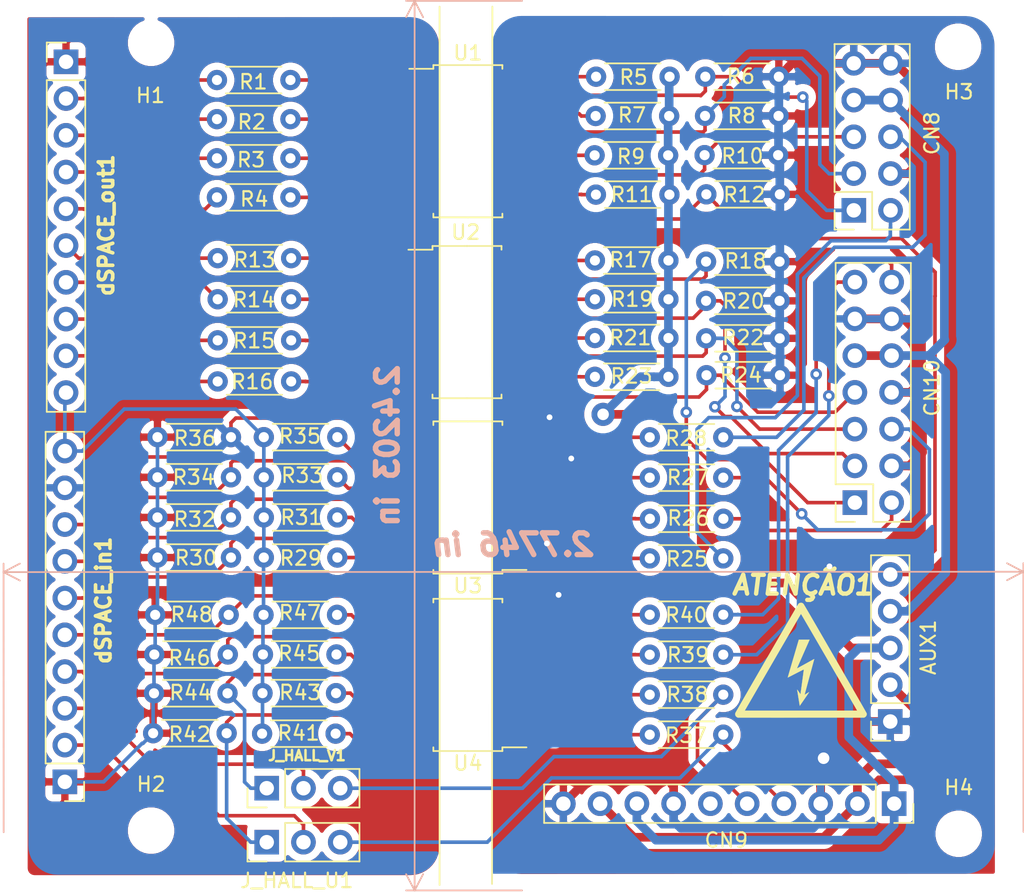
<source format=kicad_pcb>
(kicad_pcb (version 20171130) (host pcbnew "(5.1.5)-3")
  (layers (0 F.Cu signal) (31 B.Cu signal) (34 B.Paste user) (35 F.Paste user) (36 B.SilkS user) (37 F.SilkS user) (38 B.Mask user) (39 F.Mask user) (44 Edge.Cuts user))
  (net 0 "")
  (net 1 "Net-(R1-Pad1)")
  (net 2 "Net-(R2-Pad1)")
  (net 3 "Net-(R3-Pad1)")
  (net 4 "Net-(R4-Pad1)")
  (net 5 "Net-(R5-Pad2)")
  (net 6 +15V)
  (net 7 "Net-(R7-Pad2)")
  (net 8 "Net-(R9-Pad2)")
  (net 9 "Net-(R11-Pad2)")
  (net 10 "Net-(R13-Pad1)")
  (net 11 "Net-(R14-Pad1)")
  (net 12 "Net-(R15-Pad1)")
  (net 13 "Net-(R16-Pad1)")
  (net 14 "Net-(R17-Pad2)")
  (net 15 "Net-(R19-Pad2)")
  (net 16 "Net-(R21-Pad2)")
  (net 17 "Net-(R23-Pad2)")
  (net 18 "Net-(R25-Pad1)")
  (net 19 "Net-(R26-Pad1)")
  (net 20 "Net-(R27-Pad1)")
  (net 21 "Net-(R28-Pad1)")
  (net 22 "Net-(R29-Pad2)")
  (net 23 "Net-(R31-Pad2)")
  (net 24 "Net-(R33-Pad2)")
  (net 25 "Net-(R35-Pad2)")
  (net 26 "Net-(R37-Pad1)")
  (net 27 "Net-(R38-Pad1)")
  (net 28 "Net-(R39-Pad1)")
  (net 29 "Net-(R40-Pad1)")
  (net 30 "Net-(R41-Pad2)")
  (net 31 "Net-(R43-Pad2)")
  (net 32 "Net-(R45-Pad2)")
  (net 33 "Net-(R47-Pad2)")
  (net 34 GND)
  (net 35 GNDs)
  (net 36 +VS)
  (net 37 ERROR_BRK)
  (net 38 BOT_BRK)
  (net 39 BOT_W)
  (net 40 ERROR_W)
  (net 41 TOP_W)
  (net 42 -15V)
  (net 43 "Net-(CN9-Pad6)")
  (net 44 HALL_V)
  (net 45 HALL_U)
  (net 46 T2)
  (net 47 T1)
  (net 48 BOT_V)
  (net 49 ERROR_V)
  (net 50 TOP_V)
  (net 51 BOT_U)
  (net 52 ERROR_U)
  (net 53 TOP_U)
  (net 54 5V)
  (net 55 T2_in)
  (net 56 T1_in)
  (net 57 HALL_V_in)
  (net 58 HALL_U_in)
  (net 59 ERROR_BRK_in)
  (net 60 ERROR_V_in)
  (net 61 ERROR_U_in)
  (net 62 ERROR_W_in)
  (net 63 AUX_out)
  (net 64 BOT_BRK_out)
  (net 65 BOT_V_out)
  (net 66 TOP_V_out)
  (net 67 BOT_U_out)
  (net 68 TOP_U_out)
  (net 69 BOT_W_out)
  (net 70 TOP_W_out)
  (net 71 AUX_IN)
  (net 72 "Net-(J_HALL_U1-Pad1)")
  (net 73 "Net-(J_HALL_V1-Pad1)")
  (module Resistor_THT:R_Axial_DIN0204_L3.6mm_D1.6mm_P5.08mm_Horizontal (layer F.Cu) (at 81.4 76.67)
    (fp_text reference R40 (at 2.52 0.03) (layer F.SilkS))
    (fp_text value 1k)
    (pad 2 thru_hole oval (at 5.08 0) (size 1.4 1.4) (drill 0.7) (layers *.Cu *.Mask) (net 46 T2))
    (pad 1 thru_hole circle (at 0 0) (size 1.4 1.4) (drill 0.7) (layers *.Cu *.Mask) (net 29 "Net-(R40-Pad1)"))
  )
  (module Resistor_THT:R_Axial_DIN0204_L3.6mm_D1.6mm_P5.08mm_Horizontal (layer F.Cu) (at 81.41 70.04)
    (fp_text reference R26 (at 2.66 -0.04) (layer F.SilkS))
    (fp_text value 1k)
    (pad 2 thru_hole oval (at 5.08 0) (size 1.4 1.4) (drill 0.7) (layers *.Cu *.Mask) (net 52 ERROR_U))
    (pad 1 thru_hole circle (at 0 0) (size 1.4 1.4) (drill 0.7) (layers *.Cu *.Mask) (net 19 "Net-(R26-Pad1)"))
  )
  (module Resistor_THT:R_Axial_DIN0204_L3.6mm_D1.6mm_P5.08mm_Horizontal (layer F.Cu) (at 81.4 72.78)
    (fp_text reference R25 (at 2.57 0.04) (layer F.SilkS))
    (fp_text value 22k)
    (pad 2 thru_hole oval (at 5.08 0) (size 1.4 1.4) (drill 0.7) (layers *.Cu *.Mask) (net 40 ERROR_W))
    (pad 1 thru_hole circle (at 0 0) (size 1.4 1.4) (drill 0.7) (layers *.Cu *.Mask) (net 18 "Net-(R25-Pad1)"))
  )
  (module Connector_PinHeader_2.54mm:PinHeader_1x03_P2.54mm_Vertical (layer F.Cu) (at 54.93 92.39 90)
    (fp_text reference J_HALL_U1 (at -2.65 2.08 180) (layer F.SilkS))
    (fp_text value Conn_01x03)
    (pad 3 thru_hole oval (at 0 5.08 90) (size 1.7 1.7) (drill 1) (layers *.Cu *.Mask) (net 45 HALL_U))
    (pad 2 thru_hole oval (at 0 2.54 90) (size 1.7 1.7) (drill 1) (layers *.Cu *.Mask) (net 58 HALL_U_in))
    (pad 1 thru_hole rect (at 0 0 90) (size 1.7 1.7) (drill 1) (layers *.Cu *.Mask) (net 72 "Net-(J_HALL_U1-Pad1)"))
  )
  (module Connector_PinHeader_2.54mm:PinHeader_1x03_P2.54mm_Vertical (layer F.Cu) (at 54.93 88.66 90)
    (fp_text reference J_HALL_V1 (at 2.25 2.78 180) (layer F.SilkS) (effects (font (size 0.7 0.7) (thickness 0.175))))
    (fp_text value Conn_01x03)
    (pad 3 thru_hole oval (at 0 5.08 90) (size 1.7 1.7) (drill 1) (layers *.Cu *.Mask) (net 44 HALL_V))
    (pad 2 thru_hole oval (at 0 2.54 90) (size 1.7 1.7) (drill 1) (layers *.Cu *.Mask) (net 57 HALL_V_in))
    (pad 1 thru_hole rect (at 0 0 90) (size 1.7 1.7) (drill 1) (layers *.Cu *.Mask) (net 73 "Net-(J_HALL_V1-Pad1)"))
  )
  (module e-Power:Logo_High_Voltage_9.1x8.0mm_SilkS (layer F.Cu) (at 91.85 79.825)
    (fp_text reference ATENÇÃO1 (at 0.125 -5.2) (layer F.SilkS) (effects (font (size 1.3 1.3) (thickness 0.3) italic)))
    (fp_text value Logo_High_Voltage_Large hide)
  )
  (module Connector_PinSocket_2.54mm:PinSocket_1x10_P2.54mm_Vertical (layer F.Cu) (at 98.29 89.73 270)
    (fp_text reference CN9 (at 2.52 11.6 180) (layer F.SilkS))
    (fp_text value Conn_01x10)
    (pad 10 thru_hole oval (at 0 22.86 270) (size 1.7 1.7) (drill 1) (layers *.Cu *.Mask) (net 35 GNDs))
    (pad 9 thru_hole oval (at 0 20.32 270) (size 1.7 1.7) (drill 1) (layers *.Cu *.Mask) (net 42 -15V))
    (pad 8 thru_hole oval (at 0 17.78 270) (size 1.7 1.7) (drill 1) (layers *.Cu *.Mask) (net 6 +15V))
    (pad 7 thru_hole oval (at 0 15.24 270) (size 1.7 1.7) (drill 1) (layers *.Cu *.Mask) (net 35 GNDs))
    (pad 6 thru_hole oval (at 0 12.7 270) (size 1.7 1.7) (drill 1) (layers *.Cu *.Mask) (net 43 "Net-(CN9-Pad6)"))
    (pad 5 thru_hole oval (at 0 10.16 270) (size 1.7 1.7) (drill 1) (layers *.Cu *.Mask) (net 44 HALL_V))
    (pad 4 thru_hole oval (at 0 7.62 270) (size 1.7 1.7) (drill 1) (layers *.Cu *.Mask) (net 45 HALL_U))
    (pad 3 thru_hole oval (at 0 5.08 270) (size 1.7 1.7) (drill 1) (layers *.Cu *.Mask) (net 35 GNDs))
    (pad 2 thru_hole oval (at 0 2.54 270) (size 1.7 1.7) (drill 1) (layers *.Cu *.Mask) (net 42 -15V))
    (pad 1 thru_hole rect (at 0 0 270) (size 1.7 1.7) (drill 1) (layers *.Cu *.Mask) (net 6 +15V))
  )
  (module MountingHole:MountingHole_2.2mm_M2 (layer F.Cu) (at 102.75 91.81)
    (fp_text reference H4 (at 0 -3.2) (layer F.SilkS))
    (fp_text value MountingHole)
    (pad 1 np_thru_hole circle (at 0 0) (size 2.2 2.2) (drill 2.2) (layers *.Cu *.Mask))
  )
  (module MountingHole:MountingHole_2.2mm_M2 (layer F.Cu) (at 102.71 37.42)
    (fp_text reference H3 (at 0.06 3.12) (layer F.SilkS))
    (fp_text value MountingHole)
    (pad 1 np_thru_hole circle (at 0 0) (size 2.2 2.2) (drill 2.2) (layers *.Cu *.Mask))
  )
  (module MountingHole:MountingHole_2.2mm_M2 (layer F.Cu) (at 46.94 91.59)
    (fp_text reference H2 (at 0 -3.2) (layer F.SilkS))
    (fp_text value MountingHole)
    (pad 1 np_thru_hole circle (at 0 0) (size 2.2 2.2) (drill 2.2) (layers *.Cu *.Mask))
  )
  (module MountingHole:MountingHole_2.2mm_M2 (layer F.Cu) (at 46.94 37.15)
    (fp_text reference H1 (at -0.05 3.64) (layer F.SilkS))
    (fp_text value MountingHole)
    (pad 1 np_thru_hole circle (at 0 0) (size 2.2 2.2) (drill 2.2) (layers *.Cu *.Mask))
  )
  (module Connector_PinSocket_2.54mm:PinSocket_1x05_P2.54mm_Vertical (layer F.Cu) (at 98.02 84.05 180)
    (fp_text reference AUX1 (at -2.63 5.125 90) (layer F.SilkS))
    (fp_text value Conn_01x05)
    (pad 5 thru_hole oval (at 0 10.16 180) (size 1.7 1.7) (drill 1) (layers *.Cu *.Mask) (net 71 AUX_IN))
    (pad 4 thru_hole oval (at 0 7.62 180) (size 1.7 1.7) (drill 1) (layers *.Cu *.Mask) (net 36 +VS))
    (pad 3 thru_hole oval (at 0 5.08 180) (size 1.7 1.7) (drill 1) (layers *.Cu *.Mask) (net 6 +15V))
    (pad 2 thru_hole oval (at 0 2.54 180) (size 1.7 1.7) (drill 1) (layers *.Cu *.Mask) (net 42 -15V))
    (pad 1 thru_hole rect (at 0 0 180) (size 1.7 1.7) (drill 1) (layers *.Cu *.Mask) (net 35 GNDs))
  )
  (module Connector_PinHeader_2.54mm:PinHeader_1x10_P2.54mm_Vertical (layer F.Cu) (at 41.06 38.46)
    (fp_text reference dSPACE_out1 (at 2.78 11.3 90) (layer F.SilkS) (effects (font (thickness 0.25))))
    (fp_text value Conn_01x10)
    (pad 10 thru_hole oval (at 0 22.86) (size 1.7 1.7) (drill 1) (layers *.Cu *.Mask) (net 54 5V))
    (pad 9 thru_hole oval (at 0 20.32) (size 1.7 1.7) (drill 1) (layers *.Cu *.Mask) (net 65 BOT_V_out))
    (pad 8 thru_hole oval (at 0 17.78) (size 1.7 1.7) (drill 1) (layers *.Cu *.Mask) (net 66 TOP_V_out))
    (pad 7 thru_hole oval (at 0 15.24) (size 1.7 1.7) (drill 1) (layers *.Cu *.Mask) (net 67 BOT_U_out))
    (pad 6 thru_hole oval (at 0 12.7) (size 1.7 1.7) (drill 1) (layers *.Cu *.Mask) (net 68 TOP_U_out))
    (pad 5 thru_hole oval (at 0 10.16) (size 1.7 1.7) (drill 1) (layers *.Cu *.Mask) (net 63 AUX_out))
    (pad 4 thru_hole oval (at 0 7.62) (size 1.7 1.7) (drill 1) (layers *.Cu *.Mask) (net 64 BOT_BRK_out))
    (pad 3 thru_hole oval (at 0 5.08) (size 1.7 1.7) (drill 1) (layers *.Cu *.Mask) (net 69 BOT_W_out))
    (pad 2 thru_hole oval (at 0 2.54) (size 1.7 1.7) (drill 1) (layers *.Cu *.Mask) (net 70 TOP_W_out))
    (pad 1 thru_hole rect (at 0 0) (size 1.7 1.7) (drill 1) (layers *.Cu *.Mask) (net 34 GND))
  )
  (module Connector_PinHeader_2.54mm:PinHeader_1x10_P2.54mm_Vertical (layer F.Cu) (at 40.98 88.22 180)
    (fp_text reference dSPACE_in1 (at -2.67 12.54 90) (layer F.SilkS) (effects (font (thickness 0.25))))
    (fp_text value Conn_01x10)
    (pad 10 thru_hole oval (at 0 22.86 180) (size 1.7 1.7) (drill 1) (layers *.Cu *.Mask) (net 54 5V))
    (pad 9 thru_hole oval (at 0 20.32 180) (size 1.7 1.7) (drill 1) (layers *.Cu *.Mask) (net 59 ERROR_BRK_in))
    (pad 8 thru_hole oval (at 0 17.78 180) (size 1.7 1.7) (drill 1) (layers *.Cu *.Mask) (net 60 ERROR_V_in))
    (pad 7 thru_hole oval (at 0 15.24 180) (size 1.7 1.7) (drill 1) (layers *.Cu *.Mask) (net 61 ERROR_U_in))
    (pad 6 thru_hole oval (at 0 12.7 180) (size 1.7 1.7) (drill 1) (layers *.Cu *.Mask) (net 62 ERROR_W_in))
    (pad 5 thru_hole oval (at 0 10.16 180) (size 1.7 1.7) (drill 1) (layers *.Cu *.Mask) (net 55 T2_in))
    (pad 4 thru_hole oval (at 0 7.62 180) (size 1.7 1.7) (drill 1) (layers *.Cu *.Mask) (net 56 T1_in))
    (pad 3 thru_hole oval (at 0 5.08 180) (size 1.7 1.7) (drill 1) (layers *.Cu *.Mask) (net 57 HALL_V_in))
    (pad 2 thru_hole oval (at 0 2.54 180) (size 1.7 1.7) (drill 1) (layers *.Cu *.Mask) (net 58 HALL_U_in))
    (pad 1 thru_hole rect (at 0 0 180) (size 1.7 1.7) (drill 1) (layers *.Cu *.Mask) (net 34 GND))
  )
  (module Connector_PinSocket_2.54mm:PinSocket_2x07_P2.54mm_Vertical (layer F.Cu) (at 95.575 68.925 180)
    (fp_text reference CN10 (at -5.325 7.925 90) (layer F.SilkS))
    (fp_text value Conn_02x07_Odd_Even)
    (pad 14 thru_hole oval (at -2.54 15.24 180) (size 1.7 1.7) (drill 1) (layers *.Cu *.Mask) (net 46 T2))
    (pad 13 thru_hole oval (at 0 15.24 180) (size 1.7 1.7) (drill 1) (layers *.Cu *.Mask) (net 47 T1))
    (pad 12 thru_hole oval (at -2.54 12.7 180) (size 1.7 1.7) (drill 1) (layers *.Cu *.Mask) (net 35 GNDs))
    (pad 11 thru_hole oval (at 0 12.7 180) (size 1.7 1.7) (drill 1) (layers *.Cu *.Mask) (net 35 GNDs))
    (pad 10 thru_hole oval (at -2.54 10.16 180) (size 1.7 1.7) (drill 1) (layers *.Cu *.Mask) (net 36 +VS))
    (pad 9 thru_hole oval (at 0 10.16 180) (size 1.7 1.7) (drill 1) (layers *.Cu *.Mask) (net 36 +VS))
    (pad 8 thru_hole oval (at -2.54 7.62 180) (size 1.7 1.7) (drill 1) (layers *.Cu *.Mask) (net 35 GNDs))
    (pad 7 thru_hole oval (at 0 7.62 180) (size 1.7 1.7) (drill 1) (layers *.Cu *.Mask) (net 48 BOT_V))
    (pad 6 thru_hole oval (at -2.54 5.08 180) (size 1.7 1.7) (drill 1) (layers *.Cu *.Mask) (net 49 ERROR_V))
    (pad 5 thru_hole oval (at 0 5.08 180) (size 1.7 1.7) (drill 1) (layers *.Cu *.Mask) (net 50 TOP_V))
    (pad 4 thru_hole oval (at -2.54 2.54 180) (size 1.7 1.7) (drill 1) (layers *.Cu *.Mask) (net 35 GNDs))
    (pad 3 thru_hole oval (at 0 2.54 180) (size 1.7 1.7) (drill 1) (layers *.Cu *.Mask) (net 51 BOT_U))
    (pad 2 thru_hole oval (at -2.54 0 180) (size 1.7 1.7) (drill 1) (layers *.Cu *.Mask) (net 52 ERROR_U))
    (pad 1 thru_hole rect (at 0 0 180) (size 1.7 1.7) (drill 1) (layers *.Cu *.Mask) (net 53 TOP_U))
  )
  (module Connector_PinSocket_2.54mm:PinSocket_2x05_P2.54mm_Vertical (layer F.Cu) (at 95.5 48.725 180)
    (fp_text reference CN8 (at -5.4 5.325 90) (layer F.SilkS))
    (fp_text value Conn_02x05_Odd_Even)
    (pad 10 thru_hole oval (at -2.54 10.16 180) (size 1.7 1.7) (drill 1) (layers *.Cu *.Mask) (net 35 GNDs))
    (pad 9 thru_hole oval (at 0 10.16 180) (size 1.7 1.7) (drill 1) (layers *.Cu *.Mask) (net 35 GNDs))
    (pad 8 thru_hole oval (at -2.54 7.62 180) (size 1.7 1.7) (drill 1) (layers *.Cu *.Mask) (net 36 +VS))
    (pad 7 thru_hole oval (at 0 7.62 180) (size 1.7 1.7) (drill 1) (layers *.Cu *.Mask) (net 36 +VS))
    (pad 6 thru_hole oval (at -2.54 5.08 180) (size 1.7 1.7) (drill 1) (layers *.Cu *.Mask) (net 37 ERROR_BRK))
    (pad 5 thru_hole oval (at 0 5.08 180) (size 1.7 1.7) (drill 1) (layers *.Cu *.Mask) (net 38 BOT_BRK))
    (pad 4 thru_hole oval (at -2.54 2.54 180) (size 1.7 1.7) (drill 1) (layers *.Cu *.Mask) (net 35 GNDs))
    (pad 3 thru_hole oval (at 0 2.54 180) (size 1.7 1.7) (drill 1) (layers *.Cu *.Mask) (net 39 BOT_W))
    (pad 2 thru_hole oval (at -2.54 0 180) (size 1.7 1.7) (drill 1) (layers *.Cu *.Mask) (net 40 ERROR_W))
    (pad 1 thru_hole rect (at 0 0 180) (size 1.7 1.7) (drill 1) (layers *.Cu *.Mask) (net 41 TOP_W))
  )
  (module Package_SO:SOP-16_4.55x10.3mm_P1.27mm (layer F.Cu) (at 68.83 80.83 180)
    (fp_text reference U4 (at 0 -6.1) (layer F.SilkS))
    (fp_text value TLP290-4)
    (pad 16 smd roundrect (at 3.25 -4.445 180) (size 1.6 0.6) (layers F.Cu F.Paste F.Mask) (net 30 "Net-(R41-Pad2)"))
    (pad 15 smd roundrect (at 3.25 -3.175 180) (size 1.6 0.6) (layers F.Cu F.Paste F.Mask) (net 72 "Net-(J_HALL_U1-Pad1)"))
    (pad 14 smd roundrect (at 3.25 -1.905 180) (size 1.6 0.6) (layers F.Cu F.Paste F.Mask) (net 31 "Net-(R43-Pad2)"))
    (pad 13 smd roundrect (at 3.25 -0.635 180) (size 1.6 0.6) (layers F.Cu F.Paste F.Mask) (net 73 "Net-(J_HALL_V1-Pad1)"))
    (pad 12 smd roundrect (at 3.25 0.635 180) (size 1.6 0.6) (layers F.Cu F.Paste F.Mask) (net 32 "Net-(R45-Pad2)"))
    (pad 11 smd roundrect (at 3.25 1.905 180) (size 1.6 0.6) (layers F.Cu F.Paste F.Mask) (net 56 T1_in))
    (pad 10 smd roundrect (at 3.25 3.175 180) (size 1.6 0.6) (layers F.Cu F.Paste F.Mask) (net 33 "Net-(R47-Pad2)"))
    (pad 9 smd roundrect (at 3.25 4.445 180) (size 1.6 0.6) (layers F.Cu F.Paste F.Mask) (net 55 T2_in))
    (pad 8 smd roundrect (at -3.25 4.445 180) (size 1.6 0.6) (layers F.Cu F.Paste F.Mask) (net 35 GNDs))
    (pad 7 smd roundrect (at -3.25 3.175 180) (size 1.6 0.6) (layers F.Cu F.Paste F.Mask) (net 29 "Net-(R40-Pad1)"))
    (pad 6 smd roundrect (at -3.25 1.905 180) (size 1.6 0.6) (layers F.Cu F.Paste F.Mask) (net 35 GNDs))
    (pad 5 smd roundrect (at -3.25 0.635 180) (size 1.6 0.6) (layers F.Cu F.Paste F.Mask) (net 28 "Net-(R39-Pad1)"))
    (pad 4 smd roundrect (at -3.25 -0.635 180) (size 1.6 0.6) (layers F.Cu F.Paste F.Mask) (net 35 GNDs))
    (pad 3 smd roundrect (at -3.25 -1.905 180) (size 1.6 0.6) (layers F.Cu F.Paste F.Mask) (net 27 "Net-(R38-Pad1)"))
    (pad 2 smd roundrect (at -3.25 -3.175 180) (size 1.6 0.6) (layers F.Cu F.Paste F.Mask) (net 35 GNDs))
    (pad 1 smd roundrect (at -3.25 -4.445 180) (size 1.6 0.6) (layers F.Cu F.Paste F.Mask) (net 26 "Net-(R37-Pad1)"))
  )
  (module Package_SO:SOP-16_4.55x10.3mm_P1.27mm (layer F.Cu) (at 68.83 68.57 180)
    (fp_text reference U3 (at 0 -6.1) (layer F.SilkS))
    (fp_text value TLP290-4)
    (pad 16 smd roundrect (at 3.25 -4.445 180) (size 1.6 0.6) (layers F.Cu F.Paste F.Mask) (net 22 "Net-(R29-Pad2)"))
    (pad 15 smd roundrect (at 3.25 -3.175 180) (size 1.6 0.6) (layers F.Cu F.Paste F.Mask) (net 62 ERROR_W_in))
    (pad 14 smd roundrect (at 3.25 -1.905 180) (size 1.6 0.6) (layers F.Cu F.Paste F.Mask) (net 23 "Net-(R31-Pad2)"))
    (pad 13 smd roundrect (at 3.25 -0.635 180) (size 1.6 0.6) (layers F.Cu F.Paste F.Mask) (net 61 ERROR_U_in))
    (pad 12 smd roundrect (at 3.25 0.635 180) (size 1.6 0.6) (layers F.Cu F.Paste F.Mask) (net 24 "Net-(R33-Pad2)"))
    (pad 11 smd roundrect (at 3.25 1.905 180) (size 1.6 0.6) (layers F.Cu F.Paste F.Mask) (net 60 ERROR_V_in))
    (pad 10 smd roundrect (at 3.25 3.175 180) (size 1.6 0.6) (layers F.Cu F.Paste F.Mask) (net 25 "Net-(R35-Pad2)"))
    (pad 9 smd roundrect (at 3.25 4.445 180) (size 1.6 0.6) (layers F.Cu F.Paste F.Mask) (net 59 ERROR_BRK_in))
    (pad 8 smd roundrect (at -3.25 4.445 180) (size 1.6 0.6) (layers F.Cu F.Paste F.Mask) (net 35 GNDs))
    (pad 7 smd roundrect (at -3.25 3.175 180) (size 1.6 0.6) (layers F.Cu F.Paste F.Mask) (net 21 "Net-(R28-Pad1)"))
    (pad 6 smd roundrect (at -3.25 1.905 180) (size 1.6 0.6) (layers F.Cu F.Paste F.Mask) (net 35 GNDs))
    (pad 5 smd roundrect (at -3.25 0.635 180) (size 1.6 0.6) (layers F.Cu F.Paste F.Mask) (net 20 "Net-(R27-Pad1)"))
    (pad 4 smd roundrect (at -3.25 -0.635 180) (size 1.6 0.6) (layers F.Cu F.Paste F.Mask) (net 35 GNDs))
    (pad 3 smd roundrect (at -3.25 -1.905 180) (size 1.6 0.6) (layers F.Cu F.Paste F.Mask) (net 19 "Net-(R26-Pad1)"))
    (pad 2 smd roundrect (at -3.25 -3.175 180) (size 1.6 0.6) (layers F.Cu F.Paste F.Mask) (net 35 GNDs))
    (pad 1 smd roundrect (at -3.25 -4.445 180) (size 1.6 0.6) (layers F.Cu F.Paste F.Mask) (net 18 "Net-(R25-Pad1)"))
  )
  (module Package_SO:SOP-16_4.55x10.3mm_P1.27mm (layer F.Cu) (at 68.77 56.45)
    (fp_text reference U2 (at -0.09 -6.21) (layer F.SilkS))
    (fp_text value TLP290-4)
    (pad 16 smd roundrect (at 3.25 -4.445) (size 1.6 0.6) (layers F.Cu F.Paste F.Mask) (net 14 "Net-(R17-Pad2)"))
    (pad 15 smd roundrect (at 3.25 -3.175) (size 1.6 0.6) (layers F.Cu F.Paste F.Mask) (net 53 TOP_U))
    (pad 14 smd roundrect (at 3.25 -1.905) (size 1.6 0.6) (layers F.Cu F.Paste F.Mask) (net 15 "Net-(R19-Pad2)"))
    (pad 13 smd roundrect (at 3.25 -0.635) (size 1.6 0.6) (layers F.Cu F.Paste F.Mask) (net 51 BOT_U))
    (pad 12 smd roundrect (at 3.25 0.635) (size 1.6 0.6) (layers F.Cu F.Paste F.Mask) (net 16 "Net-(R21-Pad2)"))
    (pad 11 smd roundrect (at 3.25 1.905) (size 1.6 0.6) (layers F.Cu F.Paste F.Mask) (net 50 TOP_V))
    (pad 10 smd roundrect (at 3.25 3.175) (size 1.6 0.6) (layers F.Cu F.Paste F.Mask) (net 17 "Net-(R23-Pad2)"))
    (pad 9 smd roundrect (at 3.25 4.445) (size 1.6 0.6) (layers F.Cu F.Paste F.Mask) (net 48 BOT_V))
    (pad 8 smd roundrect (at -3.25 4.445) (size 1.6 0.6) (layers F.Cu F.Paste F.Mask) (net 34 GND))
    (pad 7 smd roundrect (at -3.25 3.175) (size 1.6 0.6) (layers F.Cu F.Paste F.Mask) (net 13 "Net-(R16-Pad1)"))
    (pad 6 smd roundrect (at -3.25 1.905) (size 1.6 0.6) (layers F.Cu F.Paste F.Mask) (net 34 GND))
    (pad 5 smd roundrect (at -3.25 0.635) (size 1.6 0.6) (layers F.Cu F.Paste F.Mask) (net 12 "Net-(R15-Pad1)"))
    (pad 4 smd roundrect (at -3.25 -0.635) (size 1.6 0.6) (layers F.Cu F.Paste F.Mask) (net 34 GND))
    (pad 3 smd roundrect (at -3.25 -1.905) (size 1.6 0.6) (layers F.Cu F.Paste F.Mask) (net 11 "Net-(R14-Pad1)"))
    (pad 2 smd roundrect (at -3.25 -3.175) (size 1.6 0.6) (layers F.Cu F.Paste F.Mask) (net 34 GND))
    (pad 1 smd roundrect (at -3.25 -4.445) (size 1.6 0.6) (layers F.Cu F.Paste F.Mask) (net 10 "Net-(R13-Pad1)"))
  )
  (module Package_SO:SOP-16_4.55x10.3mm_P1.27mm (layer F.Cu) (at 68.83 43.95)
    (fp_text reference U1 (at 0 -6.1) (layer F.SilkS))
    (fp_text value TLP290-4)
    (pad 16 smd roundrect (at 3.25 -4.445) (size 1.6 0.6) (layers F.Cu F.Paste F.Mask) (net 5 "Net-(R5-Pad2)"))
    (pad 15 smd roundrect (at 3.25 -3.175) (size 1.6 0.6) (layers F.Cu F.Paste F.Mask) (net 41 TOP_W))
    (pad 14 smd roundrect (at 3.25 -1.905) (size 1.6 0.6) (layers F.Cu F.Paste F.Mask) (net 7 "Net-(R7-Pad2)"))
    (pad 13 smd roundrect (at 3.25 -0.635) (size 1.6 0.6) (layers F.Cu F.Paste F.Mask) (net 39 BOT_W))
    (pad 12 smd roundrect (at 3.25 0.635) (size 1.6 0.6) (layers F.Cu F.Paste F.Mask) (net 8 "Net-(R9-Pad2)"))
    (pad 11 smd roundrect (at 3.25 1.905) (size 1.6 0.6) (layers F.Cu F.Paste F.Mask) (net 38 BOT_BRK))
    (pad 10 smd roundrect (at 3.25 3.175) (size 1.6 0.6) (layers F.Cu F.Paste F.Mask) (net 9 "Net-(R11-Pad2)"))
    (pad 9 smd roundrect (at 3.25 4.445) (size 1.6 0.6) (layers F.Cu F.Paste F.Mask) (net 71 AUX_IN))
    (pad 8 smd roundrect (at -3.25 4.445) (size 1.6 0.6) (layers F.Cu F.Paste F.Mask) (net 34 GND))
    (pad 7 smd roundrect (at -3.25 3.175) (size 1.6 0.6) (layers F.Cu F.Paste F.Mask) (net 4 "Net-(R4-Pad1)"))
    (pad 6 smd roundrect (at -3.25 1.905) (size 1.6 0.6) (layers F.Cu F.Paste F.Mask) (net 34 GND))
    (pad 5 smd roundrect (at -3.25 0.635) (size 1.6 0.6) (layers F.Cu F.Paste F.Mask) (net 3 "Net-(R3-Pad1)"))
    (pad 4 smd roundrect (at -3.25 -0.635) (size 1.6 0.6) (layers F.Cu F.Paste F.Mask) (net 34 GND))
    (pad 3 smd roundrect (at -3.25 -1.905) (size 1.6 0.6) (layers F.Cu F.Paste F.Mask) (net 2 "Net-(R2-Pad1)"))
    (pad 2 smd roundrect (at -3.25 -3.175) (size 1.6 0.6) (layers F.Cu F.Paste F.Mask) (net 34 GND))
    (pad 1 smd roundrect (at -3.25 -4.445) (size 1.6 0.6) (layers F.Cu F.Paste F.Mask) (net 1 "Net-(R1-Pad1)"))
  )
  (module Resistor_THT:R_Axial_DIN0204_L3.6mm_D1.6mm_P5.08mm_Horizontal (layer F.Cu) (at 52.3 76.68 180)
    (fp_text reference R48 (at 2.56 0.02) (layer F.SilkS))
    (fp_text value 2k2)
    (pad 2 thru_hole oval (at 5.08 0 180) (size 1.4 1.4) (drill 0.7) (layers *.Cu *.Mask) (net 34 GND))
    (pad 1 thru_hole circle (at 0 0 180) (size 1.4 1.4) (drill 0.7) (layers *.Cu *.Mask) (net 55 T2_in))
  )
  (module Resistor_THT:R_Axial_DIN0204_L3.6mm_D1.6mm_P5.08mm_Horizontal (layer F.Cu) (at 54.71 76.68)
    (fp_text reference R47 (at 2.51 -0.14) (layer F.SilkS))
    (fp_text value 10)
    (pad 2 thru_hole oval (at 5.08 0) (size 1.4 1.4) (drill 0.7) (layers *.Cu *.Mask) (net 33 "Net-(R47-Pad2)"))
    (pad 1 thru_hole circle (at 0 0) (size 1.4 1.4) (drill 0.7) (layers *.Cu *.Mask) (net 54 5V))
  )
  (module Resistor_THT:R_Axial_DIN0204_L3.6mm_D1.6mm_P5.08mm_Horizontal (layer F.Cu) (at 52.24 79.42 180)
    (fp_text reference R46 (at 2.65 -0.23) (layer F.SilkS))
    (fp_text value 2k2)
    (pad 2 thru_hole oval (at 5.08 0 180) (size 1.4 1.4) (drill 0.7) (layers *.Cu *.Mask) (net 34 GND))
    (pad 1 thru_hole circle (at 0 0 180) (size 1.4 1.4) (drill 0.7) (layers *.Cu *.Mask) (net 56 T1_in))
  )
  (module Resistor_THT:R_Axial_DIN0204_L3.6mm_D1.6mm_P5.08mm_Horizontal (layer F.Cu) (at 54.67 79.416666)
    (fp_text reference R45 (at 2.5 -0.07) (layer F.SilkS))
    (fp_text value 10)
    (pad 2 thru_hole oval (at 5.08 0) (size 1.4 1.4) (drill 0.7) (layers *.Cu *.Mask) (net 32 "Net-(R45-Pad2)"))
    (pad 1 thru_hole circle (at 0 0) (size 1.4 1.4) (drill 0.7) (layers *.Cu *.Mask) (net 54 5V))
  )
  (module Resistor_THT:R_Axial_DIN0204_L3.6mm_D1.6mm_P5.08mm_Horizontal (layer F.Cu) (at 52.22 82.1 180)
    (fp_text reference R44 (at 2.56 0.04) (layer F.SilkS))
    (fp_text value 2k2)
    (pad 2 thru_hole oval (at 5.08 0 180) (size 1.4 1.4) (drill 0.7) (layers *.Cu *.Mask) (net 34 GND))
    (pad 1 thru_hole circle (at 0 0 180) (size 1.4 1.4) (drill 0.7) (layers *.Cu *.Mask) (net 73 "Net-(J_HALL_V1-Pad1)"))
  )
  (module Resistor_THT:R_Axial_DIN0204_L3.6mm_D1.6mm_P5.08mm_Horizontal (layer F.Cu) (at 54.64 82.09)
    (fp_text reference R43 (at 2.6 -0.04) (layer F.SilkS))
    (fp_text value 10)
    (pad 2 thru_hole oval (at 5.08 0) (size 1.4 1.4) (drill 0.7) (layers *.Cu *.Mask) (net 31 "Net-(R43-Pad2)"))
    (pad 1 thru_hole circle (at 0 0) (size 1.4 1.4) (drill 0.7) (layers *.Cu *.Mask) (net 54 5V))
  )
  (module Resistor_THT:R_Axial_DIN0204_L3.6mm_D1.6mm_P5.08mm_Horizontal (layer F.Cu) (at 52.16 84.86 180)
    (fp_text reference R42 (at 2.56 -0.08) (layer F.SilkS))
    (fp_text value 2k2)
    (pad 2 thru_hole oval (at 5.08 0 180) (size 1.4 1.4) (drill 0.7) (layers *.Cu *.Mask) (net 34 GND))
    (pad 1 thru_hole circle (at 0 0 180) (size 1.4 1.4) (drill 0.7) (layers *.Cu *.Mask) (net 72 "Net-(J_HALL_U1-Pad1)"))
  )
  (module Resistor_THT:R_Axial_DIN0204_L3.6mm_D1.6mm_P5.08mm_Horizontal (layer F.Cu) (at 54.61 84.89)
    (fp_text reference R41 (at 2.52 -0.04) (layer F.SilkS))
    (fp_text value 10)
    (pad 2 thru_hole oval (at 5.08 0) (size 1.4 1.4) (drill 0.7) (layers *.Cu *.Mask) (net 30 "Net-(R41-Pad2)"))
    (pad 1 thru_hole circle (at 0 0) (size 1.4 1.4) (drill 0.7) (layers *.Cu *.Mask) (net 54 5V))
  )
  (module Resistor_THT:R_Axial_DIN0204_L3.6mm_D1.6mm_P5.08mm_Horizontal (layer F.Cu) (at 81.4 79.433333)
    (fp_text reference R39 (at 2.64 0.02) (layer F.SilkS))
    (fp_text value 1k)
    (pad 2 thru_hole oval (at 5.08 0) (size 1.4 1.4) (drill 0.7) (layers *.Cu *.Mask) (net 47 T1))
    (pad 1 thru_hole circle (at 0 0) (size 1.4 1.4) (drill 0.7) (layers *.Cu *.Mask) (net 28 "Net-(R39-Pad1)"))
  )
  (module Resistor_THT:R_Axial_DIN0204_L3.6mm_D1.6mm_P5.08mm_Horizontal (layer F.Cu) (at 81.4 82.196666)
    (fp_text reference R38 (at 2.6 0) (layer F.SilkS))
    (fp_text value 1k)
    (pad 2 thru_hole oval (at 5.08 0) (size 1.4 1.4) (drill 0.7) (layers *.Cu *.Mask) (net 44 HALL_V))
    (pad 1 thru_hole circle (at 0 0) (size 1.4 1.4) (drill 0.7) (layers *.Cu *.Mask) (net 27 "Net-(R38-Pad1)"))
  )
  (module Resistor_THT:R_Axial_DIN0204_L3.6mm_D1.6mm_P5.08mm_Horizontal (layer F.Cu) (at 81.4 84.96)
    (fp_text reference R37 (at 2.5 0.05) (layer F.SilkS))
    (fp_text value 1k)
    (pad 2 thru_hole oval (at 5.08 0) (size 1.4 1.4) (drill 0.7) (layers *.Cu *.Mask) (net 45 HALL_U))
    (pad 1 thru_hole circle (at 0 0) (size 1.4 1.4) (drill 0.7) (layers *.Cu *.Mask) (net 26 "Net-(R37-Pad1)"))
  )
  (module Resistor_THT:R_Axial_DIN0204_L3.6mm_D1.6mm_P5.08mm_Horizontal (layer F.Cu) (at 52.46 64.4 180)
    (fp_text reference R36 (at 2.5 -0.08) (layer F.SilkS))
    (fp_text value 2k2)
    (pad 2 thru_hole oval (at 5.08 0 180) (size 1.4 1.4) (drill 0.7) (layers *.Cu *.Mask) (net 34 GND))
    (pad 1 thru_hole circle (at 0 0 180) (size 1.4 1.4) (drill 0.7) (layers *.Cu *.Mask) (net 59 ERROR_BRK_in))
  )
  (module Resistor_THT:R_Axial_DIN0204_L3.6mm_D1.6mm_P5.08mm_Horizontal (layer F.Cu) (at 54.73 64.4)
    (fp_text reference R35 (at 2.49 -0.07) (layer F.SilkS))
    (fp_text value 10)
    (pad 2 thru_hole oval (at 5.08 0) (size 1.4 1.4) (drill 0.7) (layers *.Cu *.Mask) (net 25 "Net-(R35-Pad2)"))
    (pad 1 thru_hole circle (at 0 0) (size 1.4 1.4) (drill 0.7) (layers *.Cu *.Mask) (net 54 5V))
  )
  (module Resistor_THT:R_Axial_DIN0204_L3.6mm_D1.6mm_P5.08mm_Horizontal (layer F.Cu) (at 52.46 67.173333 180)
    (fp_text reference R34 (at 2.58 0) (layer F.SilkS))
    (fp_text value 2k2)
    (pad 2 thru_hole oval (at 5.08 0 180) (size 1.4 1.4) (drill 0.7) (layers *.Cu *.Mask) (net 34 GND))
    (pad 1 thru_hole circle (at 0 0 180) (size 1.4 1.4) (drill 0.7) (layers *.Cu *.Mask) (net 60 ERROR_V_in))
  )
  (module Resistor_THT:R_Axial_DIN0204_L3.6mm_D1.6mm_P5.08mm_Horizontal (layer F.Cu) (at 54.73 67.173333)
    (fp_text reference R33 (at 2.65 -0.13) (layer F.SilkS))
    (fp_text value 10)
    (pad 2 thru_hole oval (at 5.08 0) (size 1.4 1.4) (drill 0.7) (layers *.Cu *.Mask) (net 24 "Net-(R33-Pad2)"))
    (pad 1 thru_hole circle (at 0 0) (size 1.4 1.4) (drill 0.7) (layers *.Cu *.Mask) (net 54 5V))
  )
  (module Resistor_THT:R_Axial_DIN0204_L3.6mm_D1.6mm_P5.08mm_Horizontal (layer F.Cu) (at 52.46 69.946666 180)
    (fp_text reference R32 (at 2.51 -0.13) (layer F.SilkS))
    (fp_text value 2k2)
    (pad 2 thru_hole oval (at 5.08 0 180) (size 1.4 1.4) (drill 0.7) (layers *.Cu *.Mask) (net 34 GND))
    (pad 1 thru_hole circle (at 0 0 180) (size 1.4 1.4) (drill 0.7) (layers *.Cu *.Mask) (net 61 ERROR_U_in))
  )
  (module Resistor_THT:R_Axial_DIN0204_L3.6mm_D1.6mm_P5.08mm_Horizontal (layer F.Cu) (at 54.73 69.946666)
    (fp_text reference R31 (at 2.6 0) (layer F.SilkS))
    (fp_text value 10)
    (pad 2 thru_hole oval (at 5.08 0) (size 1.4 1.4) (drill 0.7) (layers *.Cu *.Mask) (net 23 "Net-(R31-Pad2)"))
    (pad 1 thru_hole circle (at 0 0) (size 1.4 1.4) (drill 0.7) (layers *.Cu *.Mask) (net 54 5V))
  )
  (module Resistor_THT:R_Axial_DIN0204_L3.6mm_D1.6mm_P5.08mm_Horizontal (layer F.Cu) (at 52.46 72.72 180)
    (fp_text reference R30 (at 2.43 -0.02) (layer F.SilkS))
    (fp_text value 6k7)
    (pad 2 thru_hole oval (at 5.08 0 180) (size 1.4 1.4) (drill 0.7) (layers *.Cu *.Mask) (net 34 GND))
    (pad 1 thru_hole circle (at 0 0 180) (size 1.4 1.4) (drill 0.7) (layers *.Cu *.Mask) (net 62 ERROR_W_in))
  )
  (module Resistor_THT:R_Axial_DIN0204_L3.6mm_D1.6mm_P5.08mm_Horizontal (layer F.Cu) (at 54.73 72.72)
    (fp_text reference R29 (at 2.55 0.04) (layer F.SilkS))
    (fp_text value 100)
    (pad 2 thru_hole oval (at 5.08 0) (size 1.4 1.4) (drill 0.7) (layers *.Cu *.Mask) (net 22 "Net-(R29-Pad2)"))
    (pad 1 thru_hole circle (at 0 0) (size 1.4 1.4) (drill 0.7) (layers *.Cu *.Mask) (net 54 5V))
  )
  (module Resistor_THT:R_Axial_DIN0204_L3.6mm_D1.6mm_P5.08mm_Horizontal (layer F.Cu) (at 81.4 64.41)
    (fp_text reference R28 (at 2.52 0.07) (layer F.SilkS))
    (fp_text value 1k)
    (pad 2 thru_hole oval (at 5.08 0) (size 1.4 1.4) (drill 0.7) (layers *.Cu *.Mask) (net 37 ERROR_BRK))
    (pad 1 thru_hole circle (at 0 0) (size 1.4 1.4) (drill 0.7) (layers *.Cu *.Mask) (net 21 "Net-(R28-Pad1)"))
  )
  (module Resistor_THT:R_Axial_DIN0204_L3.6mm_D1.6mm_P5.08mm_Horizontal (layer F.Cu) (at 81.4 67.2)
    (fp_text reference R27 (at 2.63 -0.01) (layer F.SilkS))
    (fp_text value 1k)
    (pad 2 thru_hole oval (at 5.08 0) (size 1.4 1.4) (drill 0.7) (layers *.Cu *.Mask) (net 49 ERROR_V))
    (pad 1 thru_hole circle (at 0 0) (size 1.4 1.4) (drill 0.7) (layers *.Cu *.Mask) (net 20 "Net-(R27-Pad1)"))
  )
  (module Resistor_THT:R_Axial_DIN0204_L3.6mm_D1.6mm_P5.08mm_Horizontal (layer F.Cu) (at 85.32 60.12)
    (fp_text reference R24 (at 2.38 -0.01) (layer F.SilkS))
    (fp_text value 2k2)
    (pad 2 thru_hole oval (at 5.08 0) (size 1.4 1.4) (drill 0.7) (layers *.Cu *.Mask) (net 35 GNDs))
    (pad 1 thru_hole circle (at 0 0) (size 1.4 1.4) (drill 0.7) (layers *.Cu *.Mask) (net 48 BOT_V))
  )
  (module Resistor_THT:R_Axial_DIN0204_L3.6mm_D1.6mm_P5.08mm_Horizontal (layer F.Cu) (at 82.69 60.23 180)
    (fp_text reference R23 (at 2.55 0.05) (layer F.SilkS))
    (fp_text value 10)
    (pad 2 thru_hole oval (at 5.08 0 180) (size 1.4 1.4) (drill 0.7) (layers *.Cu *.Mask) (net 17 "Net-(R23-Pad2)"))
    (pad 1 thru_hole circle (at 0 0 180) (size 1.4 1.4) (drill 0.7) (layers *.Cu *.Mask) (net 6 +15V))
  )
  (module Resistor_THT:R_Axial_DIN0204_L3.6mm_D1.6mm_P5.08mm_Horizontal (layer F.Cu) (at 85.3 57.57)
    (fp_text reference R22 (at 2.55 -0.05) (layer F.SilkS))
    (fp_text value 2k2)
    (pad 2 thru_hole oval (at 5.08 0) (size 1.4 1.4) (drill 0.7) (layers *.Cu *.Mask) (net 35 GNDs))
    (pad 1 thru_hole circle (at 0 0) (size 1.4 1.4) (drill 0.7) (layers *.Cu *.Mask) (net 50 TOP_V))
  )
  (module Resistor_THT:R_Axial_DIN0204_L3.6mm_D1.6mm_P5.08mm_Horizontal (layer F.Cu) (at 82.69 57.55 180)
    (fp_text reference R21 (at 2.63 0.02) (layer F.SilkS))
    (fp_text value 10)
    (pad 2 thru_hole oval (at 5.08 0 180) (size 1.4 1.4) (drill 0.7) (layers *.Cu *.Mask) (net 16 "Net-(R21-Pad2)"))
    (pad 1 thru_hole circle (at 0 0 180) (size 1.4 1.4) (drill 0.7) (layers *.Cu *.Mask) (net 6 +15V))
  )
  (module Resistor_THT:R_Axial_DIN0204_L3.6mm_D1.6mm_P5.08mm_Horizontal (layer F.Cu) (at 85.29 54.98)
    (fp_text reference R20 (at 2.59 0.02) (layer F.SilkS))
    (fp_text value 2k2)
    (pad 2 thru_hole oval (at 5.08 0) (size 1.4 1.4) (drill 0.7) (layers *.Cu *.Mask) (net 35 GNDs))
    (pad 1 thru_hole circle (at 0 0) (size 1.4 1.4) (drill 0.7) (layers *.Cu *.Mask) (net 51 BOT_U))
  )
  (module Resistor_THT:R_Axial_DIN0204_L3.6mm_D1.6mm_P5.08mm_Horizontal (layer F.Cu) (at 82.69 54.87 180)
    (fp_text reference R19 (at 2.51 0) (layer F.SilkS))
    (fp_text value 10)
    (pad 2 thru_hole oval (at 5.08 0 180) (size 1.4 1.4) (drill 0.7) (layers *.Cu *.Mask) (net 15 "Net-(R19-Pad2)"))
    (pad 1 thru_hole circle (at 0 0 180) (size 1.4 1.4) (drill 0.7) (layers *.Cu *.Mask) (net 6 +15V))
  )
  (module Resistor_THT:R_Axial_DIN0204_L3.6mm_D1.6mm_P5.08mm_Horizontal (layer F.Cu) (at 85.29 52.27)
    (fp_text reference R18 (at 2.72 -0.04) (layer F.SilkS))
    (fp_text value 2k2)
    (pad 2 thru_hole oval (at 5.08 0) (size 1.4 1.4) (drill 0.7) (layers *.Cu *.Mask) (net 35 GNDs))
    (pad 1 thru_hole circle (at 0 0) (size 1.4 1.4) (drill 0.7) (layers *.Cu *.Mask) (net 53 TOP_U))
  )
  (module Resistor_THT:R_Axial_DIN0204_L3.6mm_D1.6mm_P5.08mm_Horizontal (layer F.Cu) (at 82.69 52.19 180)
    (fp_text reference R17 (at 2.63 0.04) (layer F.SilkS))
    (fp_text value 10)
    (pad 2 thru_hole oval (at 5.08 0 180) (size 1.4 1.4) (drill 0.7) (layers *.Cu *.Mask) (net 14 "Net-(R17-Pad2)"))
    (pad 1 thru_hole circle (at 0 0 180) (size 1.4 1.4) (drill 0.7) (layers *.Cu *.Mask) (net 6 +15V))
  )
  (module Resistor_THT:R_Axial_DIN0204_L3.6mm_D1.6mm_P5.08mm_Horizontal (layer F.Cu) (at 56.62 60.55 180)
    (fp_text reference R16 (at 2.69 -0.02) (layer F.SilkS))
    (fp_text value 1k)
    (pad 2 thru_hole oval (at 5.08 0 180) (size 1.4 1.4) (drill 0.7) (layers *.Cu *.Mask) (net 65 BOT_V_out))
    (pad 1 thru_hole circle (at 0 0 180) (size 1.4 1.4) (drill 0.7) (layers *.Cu *.Mask) (net 13 "Net-(R16-Pad1)"))
  )
  (module Resistor_THT:R_Axial_DIN0204_L3.6mm_D1.6mm_P5.08mm_Horizontal (layer F.Cu) (at 56.62 57.71 180)
    (fp_text reference R15 (at 2.57 -0.03) (layer F.SilkS))
    (fp_text value 1k)
    (pad 2 thru_hole oval (at 5.08 0 180) (size 1.4 1.4) (drill 0.7) (layers *.Cu *.Mask) (net 66 TOP_V_out))
    (pad 1 thru_hole circle (at 0 0 180) (size 1.4 1.4) (drill 0.7) (layers *.Cu *.Mask) (net 12 "Net-(R15-Pad1)"))
  )
  (module Resistor_THT:R_Axial_DIN0204_L3.6mm_D1.6mm_P5.08mm_Horizontal (layer F.Cu) (at 56.62 54.87 180)
    (fp_text reference R14 (at 2.58 -0.04) (layer F.SilkS))
    (fp_text value 1k)
    (pad 2 thru_hole oval (at 5.08 0 180) (size 1.4 1.4) (drill 0.7) (layers *.Cu *.Mask) (net 67 BOT_U_out))
    (pad 1 thru_hole circle (at 0 0 180) (size 1.4 1.4) (drill 0.7) (layers *.Cu *.Mask) (net 11 "Net-(R14-Pad1)"))
  )
  (module Resistor_THT:R_Axial_DIN0204_L3.6mm_D1.6mm_P5.08mm_Horizontal (layer F.Cu) (at 56.62 52.03 180)
    (fp_text reference R13 (at 2.53 -0.12) (layer F.SilkS))
    (fp_text value 1k)
    (pad 2 thru_hole oval (at 5.08 0 180) (size 1.4 1.4) (drill 0.7) (layers *.Cu *.Mask) (net 68 TOP_U_out))
    (pad 1 thru_hole circle (at 0 0 180) (size 1.4 1.4) (drill 0.7) (layers *.Cu *.Mask) (net 10 "Net-(R13-Pad1)"))
  )
  (module Resistor_THT:R_Axial_DIN0204_L3.6mm_D1.6mm_P5.08mm_Horizontal (layer F.Cu) (at 85.31 47.62)
    (fp_text reference R12 (at 2.62 0.03) (layer F.SilkS))
    (fp_text value 2k2)
    (pad 2 thru_hole oval (at 5.08 0) (size 1.4 1.4) (drill 0.7) (layers *.Cu *.Mask) (net 35 GNDs))
    (pad 1 thru_hole circle (at 0 0) (size 1.4 1.4) (drill 0.7) (layers *.Cu *.Mask) (net 71 AUX_IN))
  )
  (module Resistor_THT:R_Axial_DIN0204_L3.6mm_D1.6mm_P5.08mm_Horizontal (layer F.Cu) (at 82.76 47.64 180)
    (fp_text reference R11 (at 2.61 0) (layer F.SilkS))
    (fp_text value 10)
    (pad 2 thru_hole oval (at 5.08 0 180) (size 1.4 1.4) (drill 0.7) (layers *.Cu *.Mask) (net 9 "Net-(R11-Pad2)"))
    (pad 1 thru_hole circle (at 0 0 180) (size 1.4 1.4) (drill 0.7) (layers *.Cu *.Mask) (net 6 +15V))
  )
  (module Resistor_THT:R_Axial_DIN0204_L3.6mm_D1.6mm_P5.08mm_Horizontal (layer F.Cu) (at 85.19 44.91)
    (fp_text reference R10 (at 2.61 0.06) (layer F.SilkS))
    (fp_text value 2k2)
    (pad 2 thru_hole oval (at 5.08 0) (size 1.4 1.4) (drill 0.7) (layers *.Cu *.Mask) (net 35 GNDs))
    (pad 1 thru_hole circle (at 0 0) (size 1.4 1.4) (drill 0.7) (layers *.Cu *.Mask) (net 38 BOT_BRK))
  )
  (module Resistor_THT:R_Axial_DIN0204_L3.6mm_D1.6mm_P5.08mm_Horizontal (layer F.Cu) (at 82.67 44.923332 180)
    (fp_text reference R9 (at 2.57 -0.09) (layer F.SilkS))
    (fp_text value 10)
    (pad 2 thru_hole oval (at 5.08 0 180) (size 1.4 1.4) (drill 0.7) (layers *.Cu *.Mask) (net 8 "Net-(R9-Pad2)"))
    (pad 1 thru_hole circle (at 0 0 180) (size 1.4 1.4) (drill 0.7) (layers *.Cu *.Mask) (net 6 +15V))
  )
  (module Resistor_THT:R_Axial_DIN0204_L3.6mm_D1.6mm_P5.08mm_Horizontal (layer F.Cu) (at 85.22 42.2)
    (fp_text reference R8 (at 2.53 -0.01) (layer F.SilkS))
    (fp_text value 2k2)
    (pad 2 thru_hole oval (at 5.08 0) (size 1.4 1.4) (drill 0.7) (layers *.Cu *.Mask) (net 35 GNDs))
    (pad 1 thru_hole circle (at 0 0) (size 1.4 1.4) (drill 0.7) (layers *.Cu *.Mask) (net 39 BOT_W))
  )
  (module Resistor_THT:R_Axial_DIN0204_L3.6mm_D1.6mm_P5.08mm_Horizontal (layer F.Cu) (at 82.74 42.206666 180)
    (fp_text reference R7 (at 2.57 0.06) (layer F.SilkS))
    (fp_text value 10)
    (pad 2 thru_hole oval (at 5.08 0 180) (size 1.4 1.4) (drill 0.7) (layers *.Cu *.Mask) (net 7 "Net-(R7-Pad2)"))
    (pad 1 thru_hole circle (at 0 0 180) (size 1.4 1.4) (drill 0.7) (layers *.Cu *.Mask) (net 6 +15V))
  )
  (module Resistor_THT:R_Axial_DIN0204_L3.6mm_D1.6mm_P5.08mm_Horizontal (layer F.Cu) (at 85.24 39.49)
    (fp_text reference R6 (at 2.45 -0.03) (layer F.SilkS))
    (fp_text value 2k2)
    (pad 2 thru_hole oval (at 5.08 0) (size 1.4 1.4) (drill 0.7) (layers *.Cu *.Mask) (net 35 GNDs))
    (pad 1 thru_hole circle (at 0 0) (size 1.4 1.4) (drill 0.7) (layers *.Cu *.Mask) (net 41 TOP_W))
  )
  (module Resistor_THT:R_Axial_DIN0204_L3.6mm_D1.6mm_P5.08mm_Horizontal (layer F.Cu) (at 82.77 39.49 180)
    (fp_text reference R5 (at 2.49 -0.04) (layer F.SilkS))
    (fp_text value 10)
    (pad 2 thru_hole oval (at 5.08 0 180) (size 1.4 1.4) (drill 0.7) (layers *.Cu *.Mask) (net 5 "Net-(R5-Pad2)"))
    (pad 1 thru_hole circle (at 0 0 180) (size 1.4 1.4) (drill 0.7) (layers *.Cu *.Mask) (net 6 +15V))
  )
  (module Resistor_THT:R_Axial_DIN0204_L3.6mm_D1.6mm_P5.08mm_Horizontal (layer F.Cu) (at 56.57 47.83 180)
    (fp_text reference R4 (at 2.51 -0.12) (layer F.SilkS))
    (fp_text value 1k)
    (pad 2 thru_hole oval (at 5.08 0 180) (size 1.4 1.4) (drill 0.7) (layers *.Cu *.Mask) (net 63 AUX_out))
    (pad 1 thru_hole circle (at 0 0 180) (size 1.4 1.4) (drill 0.7) (layers *.Cu *.Mask) (net 4 "Net-(R4-Pad1)"))
  )
  (module Resistor_THT:R_Axial_DIN0204_L3.6mm_D1.6mm_P5.08mm_Horizontal (layer F.Cu) (at 56.57 45.126666 180)
    (fp_text reference R3 (at 2.72 -0.11) (layer F.SilkS))
    (fp_text value 1k)
    (pad 2 thru_hole oval (at 5.08 0 180) (size 1.4 1.4) (drill 0.7) (layers *.Cu *.Mask) (net 64 BOT_BRK_out))
    (pad 1 thru_hole circle (at 0 0 180) (size 1.4 1.4) (drill 0.7) (layers *.Cu *.Mask) (net 3 "Net-(R3-Pad1)"))
  )
  (module Resistor_THT:R_Axial_DIN0204_L3.6mm_D1.6mm_P5.08mm_Horizontal (layer F.Cu) (at 56.57 42.423333 180)
    (fp_text reference R2 (at 2.68 -0.2) (layer F.SilkS))
    (fp_text value 1k)
    (pad 2 thru_hole oval (at 5.08 0 180) (size 1.4 1.4) (drill 0.7) (layers *.Cu *.Mask) (net 69 BOT_W_out))
    (pad 1 thru_hole circle (at 0 0 180) (size 1.4 1.4) (drill 0.7) (layers *.Cu *.Mask) (net 2 "Net-(R2-Pad1)"))
  )
  (module Resistor_THT:R_Axial_DIN0204_L3.6mm_D1.6mm_P5.08mm_Horizontal (layer F.Cu) (at 56.57 39.72 180)
    (fp_text reference R1 (at 2.57 -0.13) (layer F.SilkS))
    (fp_text value 1k)
    (pad 2 thru_hole oval (at 5.08 0 180) (size 1.4 1.4) (drill 0.7) (layers *.Cu *.Mask) (net 70 TOP_W_out))
    (pad 1 thru_hole circle (at 0 0 180) (size 1.4 1.4) (drill 0.7) (layers *.Cu *.Mask) (net 1 "Net-(R1-Pad1)"))
  )
  (dimension 70.475004 (width 0.12) (layer B.SilkS) (gr_text "70,475 mm" (at 74.080673 72.442653) (layer B.SilkS) (effects (font (size 1.5 1.5) (thickness 0.375) italic) (justify mirror))) (feature1 (pts (xy 36.75 91.7) (xy 36.743416 73.138732))) (feature2 (pts (xy 107.225 91.675) (xy 107.218416 73.113732))) (crossbar (pts (xy 107.218624 73.700153) (xy 36.743624 73.725153))) (arrow1a (pts (xy 36.743624 73.725153) (xy 37.86992 73.138333))) (arrow1b (pts (xy 36.743624 73.725153) (xy 37.870336 74.311174))) (arrow2a (pts (xy 107.218624 73.700153) (xy 106.091912 73.114132))) (arrow2b (pts (xy 107.218624 73.700153) (xy 106.092328 74.286973))))
  (dimension 61.475 (width 0.12) (layer B.SilkS) (gr_text "61,475 mm" (at 63.155 64.9875 270) (layer B.SilkS) (effects (font (size 1.5 1.5) (thickness 0.375)) (justify mirror))) (feature1 (pts (xy 72.575 95.725) (xy 64.563579 95.725))) (feature2 (pts (xy 72.575 34.25) (xy 64.563579 34.25))) (crossbar (pts (xy 65.15 34.25) (xy 65.15 95.725))) (arrow1a (pts (xy 65.15 95.725) (xy 64.563579 94.598496))) (arrow1b (pts (xy 65.15 95.725) (xy 65.736421 94.598496))) (arrow2a (pts (xy 65.15 34.25) (xy 64.563579 35.376504))) (arrow2b (pts (xy 65.15 34.25) (xy 65.736421 35.376504))))
  (gr_line (start 70.5 95.275) (end 70.525 34.65) (layer F.SilkS) (width 0.12))
  (gr_line (start 66.875 34.65) (end 66.875 95.35) (layer F.SilkS) (width 0.12))
  (segment (start 56.57 39.72) (end 63.39 39.72) (width 0.25) (layer F.Cu) (net 1))
  (segment (start 63.605 39.505) (end 65.58 39.505) (width 0.25) (layer F.Cu) (net 1))
  (segment (start 63.39 39.72) (end 63.605 39.505) (width 0.25) (layer F.Cu) (net 1))
  (segment (start 56.57 42.423333) (end 63.566667 42.423333) (width 0.25) (layer F.Cu) (net 2))
  (segment (start 63.945 42.045) (end 65.58 42.045) (width 0.25) (layer F.Cu) (net 2))
  (segment (start 63.566667 42.423333) (end 63.945 42.045) (width 0.25) (layer F.Cu) (net 2))
  (segment (start 56.57 45.126666) (end 63.443334 45.126666) (width 0.25) (layer F.Cu) (net 3))
  (segment (start 63.985 44.585) (end 65.58 44.585) (width 0.25) (layer F.Cu) (net 3))
  (segment (start 63.443334 45.126666) (end 63.985 44.585) (width 0.25) (layer F.Cu) (net 3))
  (segment (start 56.57 47.83) (end 63.07 47.83) (width 0.25) (layer F.Cu) (net 4))
  (segment (start 63.775 47.125) (end 65.58 47.125) (width 0.25) (layer F.Cu) (net 4))
  (segment (start 63.07 47.83) (end 63.775 47.125) (width 0.25) (layer F.Cu) (net 4))
  (segment (start 72.08 39.505) (end 75.12 39.505) (width 0.25) (layer F.Cu) (net 5))
  (segment (start 75.135 39.49) (end 77.69 39.49) (width 0.25) (layer F.Cu) (net 5))
  (segment (start 75.12 39.505) (end 75.135 39.49) (width 0.25) (layer F.Cu) (net 5))
  (segment (start 80.51 90.932081) (end 81.827919 92.25) (width 0.6) (layer B.Cu) (net 6))
  (segment (start 80.51 89.73) (end 80.51 90.932081) (width 0.6) (layer B.Cu) (net 6))
  (segment (start 98.29 91.18) (end 98.29 89.73) (width 0.6) (layer B.Cu) (net 6))
  (segment (start 97.22 92.25) (end 98.29 91.18) (width 0.6) (layer B.Cu) (net 6))
  (segment (start 81.827919 92.25) (end 97.22 92.25) (width 0.6) (layer B.Cu) (net 6))
  (segment (start 98.29 88.28) (end 96.735 86.725) (width 0.6) (layer B.Cu) (net 6))
  (segment (start 98.29 89.73) (end 98.29 88.28) (width 0.6) (layer B.Cu) (net 6))
  (segment (start 96.735 86.725) (end 96.735 86.71) (width 0.6) (layer B.Cu) (net 6))
  (segment (start 96.735 86.71) (end 95.15 85.125) (width 0.6) (layer B.Cu) (net 6))
  (segment (start 95.15 85.125) (end 95.15 79.675) (width 0.6) (layer B.Cu) (net 6))
  (segment (start 95.855 78.97) (end 98.02 78.97) (width 0.6) (layer B.Cu) (net 6))
  (segment (start 95.15 79.675) (end 95.855 78.97) (width 0.6) (layer B.Cu) (net 6))
  (segment (start 82.69 60.23) (end 82.69 57.55) (width 0.6) (layer B.Cu) (net 6))
  (segment (start 82.69 57.55) (end 82.69 54.87) (width 0.6) (layer B.Cu) (net 6))
  (segment (start 82.69 54.87) (end 82.69 52.19) (width 0.6) (layer B.Cu) (net 6))
  (segment (start 82.69 47.71) (end 82.76 47.64) (width 0.6) (layer B.Cu) (net 6))
  (segment (start 82.69 52.19) (end 82.69 47.71) (width 0.6) (layer B.Cu) (net 6))
  (segment (start 82.76 45.013332) (end 82.67 44.923332) (width 0.6) (layer B.Cu) (net 6))
  (segment (start 82.76 47.64) (end 82.76 45.013332) (width 0.6) (layer B.Cu) (net 6))
  (segment (start 82.67 42.276666) (end 82.74 42.206666) (width 0.6) (layer B.Cu) (net 6))
  (segment (start 82.67 44.923332) (end 82.67 42.276666) (width 0.6) (layer B.Cu) (net 6))
  (segment (start 82.74 39.52) (end 82.77 39.49) (width 0.6) (layer B.Cu) (net 6))
  (segment (start 82.74 42.206666) (end 82.74 39.52) (width 0.6) (layer B.Cu) (net 6))
  (segment (start 81.700051 60.23) (end 81.695051 60.225) (width 0.6) (layer B.Cu) (net 6))
  (segment (start 82.69 60.23) (end 81.700051 60.23) (width 0.6) (layer B.Cu) (net 6))
  (segment (start 81.695051 60.225) (end 80.775 60.225) (width 0.6) (layer B.Cu) (net 6))
  (segment (start 80.775 60.225) (end 78.175 62.825) (width 0.6) (layer B.Cu) (net 6))
  (segment (start 78.175 62.825) (end 78.175 62.825) (width 0.6) (layer B.Cu) (net 6))
  (via (at 78.175 62.825) (size 1.6) (drill 0.8) (layers F.Cu B.Cu) (net 6))
  (segment (start 90.825 74.475) (end 95.32 78.97) (width 0.6) (layer F.Cu) (net 6))
  (segment (start 95.32 78.97) (end 98.02 78.97) (width 0.6) (layer F.Cu) (net 6))
  (segment (start 83.25 65.35) (end 83.85 65.95) (width 0.6) (layer F.Cu) (net 6))
  (segment (start 83.25 63.8) (end 83.25 65.35) (width 0.6) (layer F.Cu) (net 6))
  (segment (start 85.375 74.525) (end 90.825 74.475) (width 0.6) (layer F.Cu) (net 6))
  (segment (start 83.85 65.95) (end 83.85 73) (width 0.6) (layer F.Cu) (net 6))
  (segment (start 85.375 74.475) (end 85.375 74.525) (width 0.6) (layer F.Cu) (net 6))
  (segment (start 83.075 63.625) (end 83.25 63.8) (width 0.6) (layer F.Cu) (net 6))
  (segment (start 78.175 62.825) (end 82.25 62.825) (width 0.6) (layer F.Cu) (net 6))
  (segment (start 82.25 62.825) (end 83.05 63.625) (width 0.6) (layer F.Cu) (net 6))
  (segment (start 83.85 73) (end 85.375 74.525) (width 0.6) (layer F.Cu) (net 6))
  (segment (start 83.05 63.625) (end 83.075 63.625) (width 0.6) (layer F.Cu) (net 6))
  (segment (start 76.508385 42.045) (end 72.08 42.045) (width 0.25) (layer F.Cu) (net 7))
  (segment (start 77.66 42.206666) (end 76.670051 42.206666) (width 0.25) (layer F.Cu) (net 7))
  (segment (start 76.670051 42.206666) (end 76.508385 42.045) (width 0.25) (layer F.Cu) (net 7))
  (segment (start 77.59 44.923332) (end 74.848332 44.923332) (width 0.25) (layer F.Cu) (net 8))
  (segment (start 74.51 44.585) (end 72.08 44.585) (width 0.25) (layer F.Cu) (net 8))
  (segment (start 74.848332 44.923332) (end 74.51 44.585) (width 0.25) (layer F.Cu) (net 8))
  (segment (start 76.690051 47.64) (end 76.675051 47.625) (width 0.25) (layer F.Cu) (net 9))
  (segment (start 77.68 47.64) (end 76.690051 47.64) (width 0.25) (layer F.Cu) (net 9))
  (segment (start 76.675051 47.625) (end 74.2 47.625) (width 0.25) (layer F.Cu) (net 9))
  (segment (start 73.7 47.125) (end 72.08 47.125) (width 0.25) (layer F.Cu) (net 9))
  (segment (start 74.2 47.625) (end 73.7 47.125) (width 0.25) (layer F.Cu) (net 9))
  (segment (start 65.495 52.03) (end 65.52 52.005) (width 0.25) (layer F.Cu) (net 10))
  (segment (start 56.62 52.03) (end 65.495 52.03) (width 0.25) (layer F.Cu) (net 10))
  (segment (start 56.62 54.87) (end 63.93 54.87) (width 0.25) (layer F.Cu) (net 11))
  (segment (start 64.255 54.545) (end 65.52 54.545) (width 0.25) (layer F.Cu) (net 11))
  (segment (start 63.93 54.87) (end 64.255 54.545) (width 0.25) (layer F.Cu) (net 11))
  (segment (start 57.609949 57.71) (end 57.619949 57.72) (width 0.25) (layer F.Cu) (net 12))
  (segment (start 56.62 57.71) (end 57.609949 57.71) (width 0.25) (layer F.Cu) (net 12))
  (segment (start 57.619949 57.72) (end 63.47 57.72) (width 0.25) (layer F.Cu) (net 12))
  (segment (start 64.105 57.085) (end 65.52 57.085) (width 0.25) (layer F.Cu) (net 12))
  (segment (start 63.47 57.72) (end 64.105 57.085) (width 0.25) (layer F.Cu) (net 12))
  (segment (start 57.609949 60.55) (end 57.619949 60.56) (width 0.25) (layer F.Cu) (net 13))
  (segment (start 56.62 60.55) (end 57.609949 60.55) (width 0.25) (layer F.Cu) (net 13))
  (segment (start 57.619949 60.56) (end 62.99 60.56) (width 0.25) (layer F.Cu) (net 13))
  (segment (start 63.925 59.625) (end 65.52 59.625) (width 0.25) (layer F.Cu) (net 13))
  (segment (start 62.99 60.56) (end 63.925 59.625) (width 0.25) (layer F.Cu) (net 13))
  (segment (start 72.205 52.19) (end 72.02 52.005) (width 0.25) (layer F.Cu) (net 14))
  (segment (start 77.61 52.19) (end 72.205 52.19) (width 0.25) (layer F.Cu) (net 14))
  (segment (start 77.61 54.87) (end 73.945 54.87) (width 0.25) (layer F.Cu) (net 15))
  (segment (start 73.62 54.545) (end 72.02 54.545) (width 0.25) (layer F.Cu) (net 15))
  (segment (start 73.945 54.87) (end 73.62 54.545) (width 0.25) (layer F.Cu) (net 15))
  (segment (start 77.61 57.55) (end 74.225 57.55) (width 0.25) (layer F.Cu) (net 16))
  (segment (start 73.76 57.085) (end 72.02 57.085) (width 0.25) (layer F.Cu) (net 16))
  (segment (start 74.225 57.55) (end 73.76 57.085) (width 0.25) (layer F.Cu) (net 16))
  (segment (start 76.620051 60.23) (end 76.615051 60.225) (width 0.25) (layer F.Cu) (net 17))
  (segment (start 77.61 60.23) (end 76.620051 60.23) (width 0.25) (layer F.Cu) (net 17))
  (segment (start 76.615051 60.225) (end 74.5 60.225) (width 0.25) (layer F.Cu) (net 17))
  (segment (start 73.9 59.625) (end 72.02 59.625) (width 0.25) (layer F.Cu) (net 17))
  (segment (start 74.5 60.225) (end 73.9 59.625) (width 0.25) (layer F.Cu) (net 17))
  (segment (start 81.4 72.78) (end 75.23 72.78) (width 0.25) (layer F.Cu) (net 18))
  (segment (start 74.995 73.015) (end 72.08 73.015) (width 0.25) (layer F.Cu) (net 18))
  (segment (start 75.23 72.78) (end 74.995 73.015) (width 0.25) (layer F.Cu) (net 18))
  (segment (start 80.420051 70.04) (end 80.410051 70.03) (width 0.25) (layer F.Cu) (net 19))
  (segment (start 81.41 70.04) (end 80.420051 70.04) (width 0.25) (layer F.Cu) (net 19))
  (segment (start 80.410051 70.03) (end 75.02 70.03) (width 0.25) (layer F.Cu) (net 19))
  (segment (start 74.575 70.475) (end 72.08 70.475) (width 0.25) (layer F.Cu) (net 19))
  (segment (start 75.02 70.03) (end 74.575 70.475) (width 0.25) (layer F.Cu) (net 19))
  (segment (start 81.4 67.2) (end 74.9 67.2) (width 0.25) (layer F.Cu) (net 20))
  (segment (start 74.165 67.935) (end 72.08 67.935) (width 0.25) (layer F.Cu) (net 20))
  (segment (start 74.9 67.2) (end 74.165 67.935) (width 0.25) (layer F.Cu) (net 20))
  (segment (start 73.645 65.395) (end 72.08 65.395) (width 0.25) (layer F.Cu) (net 21))
  (segment (start 81.4 64.41) (end 74.63 64.41) (width 0.25) (layer F.Cu) (net 21))
  (segment (start 74.63 64.41) (end 73.645 65.395) (width 0.25) (layer F.Cu) (net 21))
  (segment (start 59.81 72.72) (end 61.08 72.72) (width 0.25) (layer F.Cu) (net 22))
  (segment (start 61.375 73.015) (end 65.58 73.015) (width 0.25) (layer F.Cu) (net 22))
  (segment (start 61.08 72.72) (end 61.375 73.015) (width 0.25) (layer F.Cu) (net 22))
  (segment (start 65.58 70.475) (end 61.328283 70.475) (width 0.25) (layer F.Cu) (net 23))
  (segment (start 60.799949 69.946666) (end 59.81 69.946666) (width 0.25) (layer F.Cu) (net 23))
  (segment (start 61.328283 70.475) (end 60.799949 69.946666) (width 0.25) (layer F.Cu) (net 23))
  (segment (start 60.571667 67.935) (end 65.58 67.935) (width 0.25) (layer F.Cu) (net 24))
  (segment (start 59.81 67.173333) (end 60.571667 67.935) (width 0.25) (layer F.Cu) (net 24))
  (segment (start 60.805 65.395) (end 65.58 65.395) (width 0.25) (layer F.Cu) (net 25))
  (segment (start 59.81 64.4) (end 60.805 65.395) (width 0.25) (layer F.Cu) (net 25))
  (segment (start 81.4 84.96) (end 75.19 84.96) (width 0.25) (layer F.Cu) (net 26))
  (segment (start 74.875 85.275) (end 72.08 85.275) (width 0.25) (layer F.Cu) (net 26))
  (segment (start 75.19 84.96) (end 74.875 85.275) (width 0.25) (layer F.Cu) (net 26))
  (segment (start 81.4 82.196666) (end 75.213334 82.196666) (width 0.25) (layer F.Cu) (net 27))
  (segment (start 74.675 82.735) (end 72.08 82.735) (width 0.25) (layer F.Cu) (net 27))
  (segment (start 75.213334 82.196666) (end 74.675 82.735) (width 0.25) (layer F.Cu) (net 27))
  (segment (start 75.14 79.43) (end 74.375 80.195) (width 0.25) (layer F.Cu) (net 28))
  (segment (start 80.406718 79.43) (end 75.14 79.43) (width 0.25) (layer F.Cu) (net 28))
  (segment (start 81.4 79.433333) (end 80.410051 79.433333) (width 0.25) (layer F.Cu) (net 28))
  (segment (start 74.375 80.195) (end 72.08 80.195) (width 0.25) (layer F.Cu) (net 28))
  (segment (start 80.410051 79.433333) (end 80.406718 79.43) (width 0.25) (layer F.Cu) (net 28))
  (segment (start 81.4 76.67) (end 75.29 76.67) (width 0.25) (layer F.Cu) (net 29))
  (segment (start 74.305 77.655) (end 72.08 77.655) (width 0.25) (layer F.Cu) (net 29))
  (segment (start 75.29 76.67) (end 74.305 77.655) (width 0.25) (layer F.Cu) (net 29))
  (segment (start 65.58 85.275) (end 61.064949 85.275) (width 0.25) (layer F.Cu) (net 30))
  (segment (start 60.679949 84.89) (end 59.69 84.89) (width 0.25) (layer F.Cu) (net 30))
  (segment (start 61.064949 85.275) (end 60.679949 84.89) (width 0.25) (layer F.Cu) (net 30))
  (segment (start 59.72 82.09) (end 60.709949 82.09) (width 0.25) (layer F.Cu) (net 31))
  (segment (start 61.354949 82.735) (end 65.58 82.735) (width 0.25) (layer F.Cu) (net 31))
  (segment (start 60.709949 82.09) (end 61.354949 82.735) (width 0.25) (layer F.Cu) (net 31))
  (segment (start 64.78 80.195) (end 65.58 80.195) (width 0.25) (layer F.Cu) (net 32))
  (segment (start 60.739949 79.416666) (end 61.518283 80.195) (width 0.25) (layer F.Cu) (net 32))
  (segment (start 61.518283 80.195) (end 64.78 80.195) (width 0.25) (layer F.Cu) (net 32))
  (segment (start 59.75 79.416666) (end 60.739949 79.416666) (width 0.25) (layer F.Cu) (net 32))
  (segment (start 60.779949 76.68) (end 61.34 77.240051) (width 0.25) (layer F.Cu) (net 33))
  (segment (start 59.79 76.68) (end 60.779949 76.68) (width 0.25) (layer F.Cu) (net 33))
  (segment (start 61.34 77.240051) (end 61.340051 77.240051) (width 0.25) (layer F.Cu) (net 33))
  (segment (start 61.755 77.655) (end 65.58 77.655) (width 0.25) (layer F.Cu) (net 33))
  (segment (start 61.340051 77.240051) (end 61.755 77.655) (width 0.25) (layer F.Cu) (net 33))
  (segment (start 42.16 38.46) (end 42.17 38.45) (width 0.25) (layer F.Cu) (net 34))
  (segment (start 41.06 38.46) (end 42.16 38.46) (width 0.25) (layer F.Cu) (net 34))
  (segment (start 42.16 38.46) (end 43.31 38.46) (width 0.25) (layer F.Cu) (net 34))
  (segment (start 64.945 40.775) (end 64.93 40.79) (width 0.25) (layer F.Cu) (net 34))
  (segment (start 64.995 40.775) (end 64.99 40.78) (width 0.25) (layer F.Cu) (net 34))
  (segment (start 64.99 40.78) (end 64.945 40.775) (width 0.25) (layer F.Cu) (net 34))
  (segment (start 65.58 40.775) (end 64.945 40.775) (width 0.25) (layer F.Cu) (net 34))
  (segment (start 65.58 40.775) (end 59.795 40.775) (width 0.25) (layer F.Cu) (net 34))
  (segment (start 59.795 40.775) (end 59.795 40.775) (width 0.25) (layer F.Cu) (net 34))
  (segment (start 43.31 38.46) (end 43.31 38.46) (width 0.25) (layer F.Cu) (net 34))
  (segment (start 47.38 65.389949) (end 47.38 67.173333) (width 0.25) (layer B.Cu) (net 34))
  (segment (start 47.38 64.4) (end 47.38 65.389949) (width 0.25) (layer B.Cu) (net 34))
  (segment (start 47.38 67.173333) (end 47.38 69.946666) (width 0.25) (layer B.Cu) (net 34))
  (segment (start 47.38 70.936615) (end 47.38 72.72) (width 0.25) (layer B.Cu) (net 34))
  (segment (start 47.38 69.946666) (end 47.38 70.936615) (width 0.25) (layer B.Cu) (net 34))
  (segment (start 47.38 76.52) (end 47.22 76.68) (width 0.25) (layer B.Cu) (net 34))
  (segment (start 47.38 72.72) (end 47.38 76.52) (width 0.25) (layer B.Cu) (net 34))
  (segment (start 47.22 79.36) (end 47.16 79.42) (width 0.25) (layer B.Cu) (net 34))
  (segment (start 47.22 76.68) (end 47.22 79.36) (width 0.25) (layer B.Cu) (net 34))
  (segment (start 47.14 79.44) (end 47.16 79.42) (width 0.25) (layer B.Cu) (net 34))
  (segment (start 47.14 82.1) (end 47.14 79.44) (width 0.25) (layer B.Cu) (net 34))
  (segment (start 47.08 82.16) (end 47.14 82.1) (width 0.25) (layer B.Cu) (net 34))
  (segment (start 47.08 84.86) (end 47.08 82.16) (width 0.25) (layer B.Cu) (net 34))
  (segment (start 46.380001 85.559999) (end 46.320001 85.559999) (width 0.25) (layer B.Cu) (net 34))
  (segment (start 47.08 84.86) (end 46.380001 85.559999) (width 0.25) (layer B.Cu) (net 34))
  (segment (start 43.66 88.22) (end 40.98 88.22) (width 0.25) (layer B.Cu) (net 34))
  (segment (start 46.320001 85.559999) (end 43.66 88.22) (width 0.25) (layer B.Cu) (net 34))
  (segment (start 63.305 52.975) (end 63.02 53.26) (width 0.25) (layer F.Cu) (net 34))
  (segment (start 65.22 55.515) (end 63.765 55.515) (width 0.25) (layer F.Cu) (net 34))
  (segment (start 65.52 55.815) (end 65.22 55.515) (width 0.25) (layer F.Cu) (net 34))
  (segment (start 65.22 58.655) (end 62.655 58.655) (width 0.25) (layer F.Cu) (net 34))
  (segment (start 65.52 58.355) (end 65.22 58.655) (width 0.25) (layer F.Cu) (net 34))
  (segment (start 62.655 58.655) (end 62.26 59.05) (width 0.25) (layer F.Cu) (net 34))
  (segment (start 65.58 48.695) (end 64.715 49.56) (width 0.25) (layer F.Cu) (net 34))
  (segment (start 65.58 48.395) (end 65.58 48.695) (width 0.25) (layer F.Cu) (net 34))
  (segment (start 64.715 49.56) (end 63.5 49.56) (width 0.25) (layer F.Cu) (net 34))
  (segment (start 65.28 46.155) (end 62.525 46.155) (width 0.25) (layer F.Cu) (net 34))
  (segment (start 65.58 45.855) (end 65.28 46.155) (width 0.25) (layer F.Cu) (net 34))
  (segment (start 62.525 46.155) (end 62.29 46.39) (width 0.25) (layer F.Cu) (net 34))
  (segment (start 65.28 43.615) (end 62.825 43.615) (width 0.25) (layer F.Cu) (net 34))
  (segment (start 65.58 43.315) (end 65.28 43.615) (width 0.25) (layer F.Cu) (net 34))
  (segment (start 65.52 53.275) (end 64.995 52.75) (width 0.25) (layer F.Cu) (net 34))
  (segment (start 64.58 52.75) (end 64.24 53.09) (width 0.25) (layer F.Cu) (net 34))
  (segment (start 64.995 52.75) (end 64.58 52.75) (width 0.25) (layer F.Cu) (net 34))
  (segment (start 64.24 53.09) (end 63.305 52.975) (width 0.25) (layer F.Cu) (net 34))
  (segment (start 65.22 55.515) (end 64.115 55.515) (width 0.25) (layer F.Cu) (net 34))
  (segment (start 64.115 55.515) (end 63.09 56.54) (width 0.25) (layer F.Cu) (net 34))
  (segment (start 63.09 56.54) (end 62.99 56.54) (width 0.25) (layer F.Cu) (net 34))
  (segment (start 65.22 61.195) (end 64.185 61.195) (width 0.25) (layer F.Cu) (net 34))
  (segment (start 65.52 60.895) (end 65.22 61.195) (width 0.25) (layer F.Cu) (net 34))
  (segment (start 64.185 61.195) (end 63.56 61.82) (width 0.25) (layer F.Cu) (net 34))
  (segment (start 63.56 61.82) (end 63.26 61.82) (width 0.25) (layer F.Cu) (net 34))
  (segment (start 63.26 61.82) (end 63.24 61.84) (width 0.25) (layer F.Cu) (net 34))
  (segment (start 63.24 61.84) (end 62.11 61.84) (width 0.25) (layer F.Cu) (net 34))
  (segment (start 98.115 61.305) (end 99.317081 61.305) (width 0.25) (layer F.Cu) (net 35))
  (segment (start 99.317081 66.385) (end 100.075 65.627081) (width 0.25) (layer F.Cu) (net 35))
  (segment (start 100.075 62.062919) (end 99.317081 61.305) (width 0.25) (layer F.Cu) (net 35))
  (segment (start 100.075 65.627081) (end 100.075 62.062919) (width 0.25) (layer F.Cu) (net 35))
  (segment (start 83.05 88.527919) (end 82.925 88.402919) (width 0.6) (layer F.Cu) (net 35))
  (segment (start 83.05 89.73) (end 83.05 88.527919) (width 0.6) (layer F.Cu) (net 35))
  (segment (start 82.925 88.402919) (end 82.925 87.95) (width 0.6) (layer F.Cu) (net 35))
  (segment (start 82.925 87.95) (end 82.225 87.25) (width 0.6) (layer F.Cu) (net 35))
  (segment (start 82.225 87.25) (end 77.91 87.25) (width 0.6) (layer F.Cu) (net 35))
  (segment (start 77.86 87.3) (end 75.43 89.73) (width 0.6) (layer F.Cu) (net 35))
  (segment (start 83.05 90.932081) (end 83.342919 91.225) (width 0.6) (layer B.Cu) (net 35))
  (segment (start 83.05 89.73) (end 83.05 90.932081) (width 0.6) (layer B.Cu) (net 35))
  (segment (start 83.342919 91.225) (end 83.35 91.225) (width 0.6) (layer B.Cu) (net 35))
  (segment (start 83.35 91.225) (end 83.55 91.425) (width 0.6) (layer B.Cu) (net 35))
  (segment (start 83.55 91.425) (end 92.675 91.425) (width 0.6) (layer B.Cu) (net 35))
  (segment (start 92.675 91.425) (end 93.15 90.95) (width 0.6) (layer B.Cu) (net 35))
  (segment (start 93.21 90.932081) (end 93.21 89.73) (width 0.6) (layer B.Cu) (net 35))
  (segment (start 93.192081 90.95) (end 93.21 90.932081) (width 0.6) (layer B.Cu) (net 35))
  (segment (start 93.15 90.95) (end 93.192081 90.95) (width 0.6) (layer B.Cu) (net 35))
  (segment (start 93.21 88.527919) (end 93.2 88.517919) (width 0.6) (layer F.Cu) (net 35))
  (segment (start 93.21 89.73) (end 93.21 88.527919) (width 0.6) (layer F.Cu) (net 35))
  (segment (start 93.2 88.517919) (end 93.2 86.8) (width 0.6) (layer F.Cu) (net 35))
  (segment (start 95.95 84.05) (end 98.02 84.05) (width 0.6) (layer F.Cu) (net 35))
  (segment (start 93.2 86.8) (end 93.4125 86.5875) (width 0.6) (layer F.Cu) (net 35))
  (segment (start 95.5 38.565) (end 98.04 38.565) (width 0.6) (layer F.Cu) (net 35))
  (segment (start 99.85 45.55) (end 99.775 45.625) (width 0.6) (layer F.Cu) (net 35))
  (segment (start 99.85 40.025) (end 99.85 45.55) (width 0.6) (layer F.Cu) (net 35))
  (segment (start 98.39 38.565) (end 99.85 40.025) (width 0.6) (layer F.Cu) (net 35))
  (segment (start 98.04 38.565) (end 98.39 38.565) (width 0.6) (layer F.Cu) (net 35))
  (segment (start 99.85 45.577081) (end 99.775 45.625) (width 0.25) (layer F.Cu) (net 35))
  (segment (start 99.242081 46.185) (end 98.04 46.185) (width 0.6) (layer F.Cu) (net 35))
  (segment (start 99.85 45.577081) (end 99.242081 46.185) (width 0.6) (layer F.Cu) (net 35))
  (segment (start 95.575 56.225) (end 98.115 56.225) (width 0.6) (layer F.Cu) (net 35))
  (segment (start 98.115 61.305) (end 99.395 61.305) (width 0.6) (layer F.Cu) (net 35))
  (segment (start 99.317081 61.305) (end 99.6 61.1) (width 0.25) (layer F.Cu) (net 35))
  (segment (start 99.395 61.305) (end 99.6 61.1) (width 0.6) (layer F.Cu) (net 35))
  (segment (start 99.6 61.1) (end 99.675 60.947081) (width 0.25) (layer F.Cu) (net 35))
  (segment (start 98.95 56.225) (end 98.115 56.225) (width 0.6) (layer F.Cu) (net 35))
  (segment (start 100.025 60.7) (end 100.025 57.7) (width 0.6) (layer F.Cu) (net 35))
  (segment (start 99.42 61.305) (end 100.025 60.7) (width 0.6) (layer F.Cu) (net 35))
  (segment (start 99.395 61.305) (end 99.42 61.305) (width 0.6) (layer F.Cu) (net 35))
  (segment (start 100 57.275) (end 98.95 56.225) (width 0.6) (layer F.Cu) (net 35))
  (segment (start 100.025 57.7) (end 100 57.675) (width 0.6) (layer F.Cu) (net 35))
  (segment (start 100 57.675) (end 100 57.275) (width 0.6) (layer F.Cu) (net 35))
  (segment (start 99.317081 66.385) (end 100.25 65.452081) (width 0.6) (layer F.Cu) (net 35))
  (segment (start 100.25 65.452081) (end 100.25 61.9) (width 0.6) (layer F.Cu) (net 35))
  (segment (start 99.655 61.305) (end 99.395 61.305) (width 0.6) (layer F.Cu) (net 35))
  (segment (start 100.25 61.9) (end 99.655 61.305) (width 0.6) (layer F.Cu) (net 35))
  (segment (start 98.115 66.385) (end 99.317081 66.385) (width 0.6) (layer F.Cu) (net 35))
  (segment (start 91.019999 38.790001) (end 91.019999 38.780001) (width 0.6) (layer F.Cu) (net 35))
  (segment (start 90.32 39.49) (end 91.019999 38.790001) (width 0.6) (layer F.Cu) (net 35))
  (segment (start 91.235 38.565) (end 95.5 38.565) (width 0.6) (layer F.Cu) (net 35))
  (segment (start 91.019999 38.780001) (end 91.235 38.565) (width 0.6) (layer F.Cu) (net 35))
  (segment (start 90.32 42.18) (end 90.3 42.2) (width 0.6) (layer B.Cu) (net 35))
  (segment (start 90.32 39.49) (end 90.32 42.18) (width 0.6) (layer B.Cu) (net 35))
  (segment (start 90.3 44.88) (end 90.27 44.91) (width 0.6) (layer B.Cu) (net 35))
  (segment (start 90.3 42.2) (end 90.3 44.88) (width 0.6) (layer B.Cu) (net 35))
  (segment (start 90.39 45.03) (end 90.27 44.91) (width 0.6) (layer B.Cu) (net 35))
  (segment (start 90.39 47.62) (end 90.39 45.03) (width 0.6) (layer B.Cu) (net 35))
  (segment (start 90.39 52.25) (end 90.37 52.27) (width 0.6) (layer B.Cu) (net 35))
  (segment (start 90.39 47.62) (end 90.39 52.25) (width 0.6) (layer B.Cu) (net 35))
  (segment (start 90.4 57.59) (end 90.38 57.57) (width 0.6) (layer B.Cu) (net 35))
  (segment (start 90.4 60.12) (end 90.4 57.59) (width 0.6) (layer B.Cu) (net 35))
  (segment (start 90.38 54.99) (end 90.37 54.98) (width 0.6) (layer B.Cu) (net 35))
  (segment (start 90.38 57.57) (end 90.38 54.99) (width 0.6) (layer B.Cu) (net 35))
  (segment (start 90.37 54.98) (end 90.37 52.27) (width 0.6) (layer B.Cu) (net 35))
  (segment (start 72.38 76.685) (end 73.39 76.685) (width 0.25) (layer F.Cu) (net 35))
  (segment (start 72.08 76.385) (end 72.38 76.685) (width 0.25) (layer F.Cu) (net 35))
  (segment (start 73.39 76.685) (end 73.715 76.685) (width 0.25) (layer F.Cu) (net 35))
  (segment (start 73.715 76.685) (end 75.1 75.3) (width 0.25) (layer F.Cu) (net 35))
  (segment (start 72.08 71.745) (end 74.295 71.745) (width 0.25) (layer F.Cu) (net 35))
  (segment (start 93.4125 86.5875) (end 95.95 84.05) (width 0.6) (layer F.Cu) (net 35))
  (via (at 93.4125 86.5875) (size 1.6) (drill 0.8) (layers F.Cu B.Cu) (net 35))
  (segment (start 75.1 75.3) (end 75.1 75.3) (width 0.25) (layer F.Cu) (net 35))
  (via (at 75.1 75.3) (size 0.8) (drill 0.4) (layers F.Cu B.Cu) (net 35))
  (segment (start 74.295 71.745) (end 74.295 71.745) (width 0.25) (layer F.Cu) (net 35))
  (via (at 74.295 71.745) (size 0.8) (drill 0.4) (layers F.Cu B.Cu) (net 35))
  (segment (start 72.38 63.825) (end 73.675 63.825) (width 0.25) (layer F.Cu) (net 35))
  (segment (start 72.08 64.125) (end 72.38 63.825) (width 0.25) (layer F.Cu) (net 35))
  (segment (start 73.675 63.825) (end 74.475 63.025) (width 0.25) (layer F.Cu) (net 35))
  (segment (start 74.475 63.025) (end 74.475 63.025) (width 0.25) (layer F.Cu) (net 35))
  (via (at 74.475 63.025) (size 0.8) (drill 0.4) (layers F.Cu B.Cu) (net 35))
  (via (at 75.975 65.875) (size 0.8) (drill 0.4) (layers F.Cu B.Cu) (net 35))
  (segment (start 75.975 64.525) (end 74.475 63.025) (width 0.25) (layer B.Cu) (net 35))
  (segment (start 75.975 65.875) (end 75.975 64.525) (width 0.25) (layer B.Cu) (net 35))
  (segment (start 72.08 69.205) (end 72.62 69.205) (width 0.25) (layer F.Cu) (net 35))
  (segment (start 72.62 69.205) (end 72.65 69.175) (width 0.25) (layer F.Cu) (net 35))
  (segment (start 72.65 69.175) (end 74.125 69.175) (width 0.25) (layer F.Cu) (net 35))
  (segment (start 72.08 66.665) (end 72.485 66.665) (width 0.25) (layer F.Cu) (net 35))
  (segment (start 72.485 66.665) (end 72.525 66.625) (width 0.25) (layer F.Cu) (net 35))
  (segment (start 72.525 66.625) (end 73.85 66.625) (width 0.25) (layer F.Cu) (net 35))
  (segment (start 73.85 66.625) (end 74.45 66.025) (width 0.25) (layer F.Cu) (net 35))
  (segment (start 74.45 66.025) (end 74.775 66.025) (width 0.25) (layer F.Cu) (net 35))
  (segment (start 72.08 78.925) (end 72.65 78.925) (width 0.25) (layer F.Cu) (net 35))
  (segment (start 72.65 78.925) (end 73.35 78.925) (width 0.25) (layer F.Cu) (net 35))
  (segment (start 73.35 78.925) (end 74.05 78.925) (width 0.25) (layer F.Cu) (net 35))
  (segment (start 74.05 78.925) (end 74.225 78.75) (width 0.25) (layer F.Cu) (net 35))
  (segment (start 72.08 81.465) (end 72.615 81.465) (width 0.25) (layer F.Cu) (net 35))
  (segment (start 72.615 81.465) (end 72.63 81.45) (width 0.25) (layer F.Cu) (net 35))
  (segment (start 72.63 81.45) (end 73.85 81.45) (width 0.25) (layer F.Cu) (net 35))
  (segment (start 73.85 81.45) (end 73.9 81.4) (width 0.25) (layer F.Cu) (net 35))
  (segment (start 73.9 81.4) (end 74.4 81.4) (width 0.25) (layer F.Cu) (net 35))
  (segment (start 72.08 84.005) (end 72.695 84.005) (width 0.25) (layer F.Cu) (net 35))
  (segment (start 72.695 84.005) (end 72.725 83.975) (width 0.25) (layer F.Cu) (net 35))
  (segment (start 72.725 83.975) (end 73.625 83.975) (width 0.25) (layer F.Cu) (net 35))
  (segment (start 73.625 83.975) (end 73.675 83.925) (width 0.25) (layer F.Cu) (net 35))
  (segment (start 73.675 83.925) (end 74.15 83.925) (width 0.25) (layer F.Cu) (net 35))
  (via (at 93.82 73.33) (size 0.8) (drill 0.4) (layers F.Cu B.Cu) (net 35))
  (segment (start 95.575 58.765) (end 98.115 58.765) (width 0.6) (layer F.Cu) (net 36))
  (segment (start 99.222081 76.43) (end 100.44 75.212081) (width 0.6) (layer B.Cu) (net 36))
  (segment (start 98.02 76.43) (end 99.222081 76.43) (width 0.6) (layer B.Cu) (net 36))
  (segment (start 100.44 75.212081) (end 100.44 75.2) (width 0.6) (layer B.Cu) (net 36))
  (segment (start 100.44 75.2) (end 101.85 73.79) (width 0.6) (layer B.Cu) (net 36))
  (segment (start 101.85 59.92) (end 100.69 58.76) (width 0.6) (layer B.Cu) (net 36))
  (segment (start 101.85 73.79) (end 101.85 59.92) (width 0.6) (layer B.Cu) (net 36))
  (segment (start 100.69 58.76) (end 98.115 58.765) (width 0.6) (layer B.Cu) (net 36))
  (segment (start 100.69 58.76) (end 100.7 58.76) (width 0.6) (layer B.Cu) (net 36))
  (segment (start 100.7 58.76) (end 101.79 57.67) (width 0.6) (layer B.Cu) (net 36))
  (segment (start 101.475 44.54) (end 98.04 41.105) (width 0.6) (layer B.Cu) (net 36))
  (segment (start 98.04 41.105) (end 95.5 41.105) (width 0.6) (layer B.Cu) (net 36))
  (segment (start 101.475 44.54) (end 101.475 44.545) (width 0.6) (layer B.Cu) (net 36))
  (segment (start 101.475 44.545) (end 101.76 44.83) (width 0.6) (layer B.Cu) (net 36))
  (segment (start 101.76 57.64) (end 101.79 57.67) (width 0.6) (layer B.Cu) (net 36))
  (segment (start 101.76 44.83) (end 101.76 57.64) (width 0.6) (layer B.Cu) (net 36))
  (segment (start 90.04 64.41) (end 86.48 64.41) (width 0.25) (layer B.Cu) (net 37))
  (segment (start 90.165 64.41) (end 90.04 64.41) (width 0.25) (layer B.Cu) (net 37))
  (segment (start 92.05 62.525) (end 90.165 64.41) (width 0.25) (layer B.Cu) (net 37))
  (segment (start 92.05 53.4) (end 92.05 62.525) (width 0.25) (layer B.Cu) (net 37))
  (segment (start 98.67 43.645) (end 100.425 45.4) (width 0.25) (layer B.Cu) (net 37))
  (segment (start 98.04 43.645) (end 98.67 43.645) (width 0.25) (layer B.Cu) (net 37))
  (segment (start 100.425 50.425) (end 99.575 51.275) (width 0.25) (layer B.Cu) (net 37))
  (segment (start 99.575 51.275) (end 94.175 51.275) (width 0.25) (layer B.Cu) (net 37))
  (segment (start 94.175 51.275) (end 92.05 53.4) (width 0.25) (layer B.Cu) (net 37))
  (segment (start 100.425 45.4) (end 100.425 50.425) (width 0.25) (layer B.Cu) (net 37))
  (segment (start 85.19 45.899949) (end 84.814949 46.275) (width 0.25) (layer F.Cu) (net 38))
  (segment (start 85.19 44.91) (end 85.19 45.899949) (width 0.25) (layer F.Cu) (net 38))
  (segment (start 84.814949 46.275) (end 74.3 46.275) (width 0.25) (layer F.Cu) (net 38))
  (segment (start 73.88 45.855) (end 72.08 45.855) (width 0.25) (layer F.Cu) (net 38))
  (segment (start 74.3 46.275) (end 73.88 45.855) (width 0.25) (layer F.Cu) (net 38))
  (segment (start 86.455 43.645) (end 95.5 43.645) (width 0.25) (layer F.Cu) (net 38))
  (segment (start 85.19 44.91) (end 86.455 43.645) (width 0.25) (layer F.Cu) (net 38))
  (segment (start 85.22 43.189949) (end 85.22 42.2) (width 0.25) (layer F.Cu) (net 39))
  (segment (start 72.08 43.315) (end 85.094949 43.315) (width 0.25) (layer F.Cu) (net 39))
  (segment (start 85.094949 43.315) (end 85.22 43.189949) (width 0.25) (layer F.Cu) (net 39))
  (segment (start 94.297919 46.185) (end 95.5 46.185) (width 0.25) (layer B.Cu) (net 39))
  (segment (start 93.8 46.2) (end 94.282919 46.2) (width 0.25) (layer B.Cu) (net 39))
  (segment (start 94.282919 46.2) (end 94.297919 46.185) (width 0.25) (layer B.Cu) (net 39))
  (segment (start 93.15 45.55) (end 93.8 46.2) (width 0.25) (layer B.Cu) (net 39))
  (segment (start 86.55 40.87) (end 86.55 40.05) (width 0.25) (layer B.Cu) (net 39))
  (segment (start 85.22 42.2) (end 86.55 40.87) (width 0.25) (layer B.Cu) (net 39))
  (segment (start 86.55 40.05) (end 88.375 38.225) (width 0.25) (layer B.Cu) (net 39))
  (segment (start 93.15 39.45) (end 93.15 45.55) (width 0.25) (layer B.Cu) (net 39))
  (segment (start 88.375 38.225) (end 91.925 38.225) (width 0.25) (layer B.Cu) (net 39))
  (segment (start 91.925 38.225) (end 93.15 39.45) (width 0.25) (layer B.Cu) (net 39))
  (segment (start 84.675 70.975) (end 86.48 72.78) (width 0.25) (layer B.Cu) (net 40))
  (segment (start 97.7 50.825) (end 93.925 50.825) (width 0.25) (layer B.Cu) (net 40))
  (segment (start 98.04 48.725) (end 98.04 49.927081) (width 0.25) (layer B.Cu) (net 40))
  (segment (start 98.025 49.942081) (end 98.025 50.5) (width 0.25) (layer B.Cu) (net 40))
  (segment (start 98.025 50.5) (end 97.7 50.825) (width 0.25) (layer B.Cu) (net 40))
  (segment (start 98.04 49.927081) (end 98.025 49.942081) (width 0.25) (layer B.Cu) (net 40))
  (segment (start 93.925 50.825) (end 91.6 53.15) (width 0.25) (layer B.Cu) (net 40))
  (segment (start 91.6 53.15) (end 91.6 61.525) (width 0.25) (layer B.Cu) (net 40))
  (segment (start 84.675 63.85) (end 84.675 70.975) (width 0.25) (layer B.Cu) (net 40))
  (segment (start 91.6 61.525) (end 90.075 63.05) (width 0.25) (layer B.Cu) (net 40))
  (segment (start 85.475 63.05) (end 84.675 63.85) (width 0.25) (layer B.Cu) (net 40))
  (segment (start 90.075 63.05) (end 85.475 63.05) (width 0.25) (layer B.Cu) (net 40))
  (segment (start 85.24 40.479949) (end 84.919949 40.8) (width 0.25) (layer F.Cu) (net 41))
  (segment (start 85.24 39.49) (end 85.24 40.479949) (width 0.25) (layer F.Cu) (net 41))
  (segment (start 84.894949 40.775) (end 72.08 40.775) (width 0.25) (layer F.Cu) (net 41))
  (segment (start 84.919949 40.8) (end 84.894949 40.775) (width 0.25) (layer F.Cu) (net 41))
  (segment (start 95.5 48.725) (end 94.4 48.725) (width 0.25) (layer B.Cu) (net 41))
  (segment (start 94.4 48.725) (end 93.625 48.725) (width 0.25) (layer B.Cu) (net 41))
  (segment (start 93.625 48.725) (end 92.25 47.35) (width 0.25) (layer B.Cu) (net 41))
  (segment (start 92.25 47.35) (end 92.25 41.175) (width 0.25) (layer B.Cu) (net 41))
  (segment (start 92.25 41.175) (end 91.975 40.9) (width 0.25) (layer B.Cu) (net 41))
  (segment (start 91.975 40.9) (end 91.975 40.9) (width 0.25) (layer B.Cu) (net 41))
  (via (at 91.975 40.9) (size 0.8) (drill 0.4) (layers F.Cu B.Cu) (net 41))
  (segment (start 91.975 40.9) (end 88.675 40.9) (width 0.25) (layer F.Cu) (net 41))
  (segment (start 87.265 39.49) (end 85.24 39.49) (width 0.25) (layer F.Cu) (net 41))
  (segment (start 88.675 40.9) (end 87.265 39.49) (width 0.25) (layer F.Cu) (net 41))
  (segment (start 77.97 89.73) (end 80.29 92.05) (width 0.6) (layer F.Cu) (net 42))
  (segment (start 93.43 92.05) (end 95.75 89.73) (width 0.6) (layer F.Cu) (net 42))
  (segment (start 80.29 92.05) (end 93.43 92.05) (width 0.6) (layer F.Cu) (net 42))
  (segment (start 95.75 89.73) (end 95.75 88.025) (width 0.6) (layer F.Cu) (net 42))
  (segment (start 95.75 88.025) (end 96.8 86.975) (width 0.6) (layer F.Cu) (net 42))
  (segment (start 96.8 86.975) (end 99.025 86.975) (width 0.6) (layer F.Cu) (net 42))
  (segment (start 99.025 86.975) (end 100.825 85.175) (width 0.6) (layer F.Cu) (net 42))
  (segment (start 100.825 84.315) (end 100.85 84.29) (width 0.6) (layer F.Cu) (net 42))
  (segment (start 100.825 85.175) (end 100.825 84.315) (width 0.6) (layer F.Cu) (net 42))
  (segment (start 100.8 84.29) (end 98.869999 82.359999) (width 0.6) (layer F.Cu) (net 42))
  (segment (start 98.869999 82.359999) (end 98.02 81.51) (width 0.6) (layer F.Cu) (net 42))
  (segment (start 100.85 84.29) (end 100.8 84.29) (width 0.6) (layer F.Cu) (net 42))
  (segment (start 84.9 83.776666) (end 86.48 82.196666) (width 0.25) (layer F.Cu) (net 44))
  (segment (start 85.425 87.35) (end 84.7 86.625) (width 0.25) (layer F.Cu) (net 44))
  (segment (start 84.7 83.976666) (end 86.48 82.196666) (width 0.25) (layer F.Cu) (net 44))
  (segment (start 84.7 86.625) (end 84.7 83.976666) (width 0.25) (layer F.Cu) (net 44))
  (segment (start 85.425 87.35) (end 85.425 87.375) (width 0.25) (layer F.Cu) (net 44))
  (segment (start 85.425 87.375) (end 86.475 88.425) (width 0.25) (layer F.Cu) (net 44))
  (segment (start 86.825 88.425) (end 88.13 89.73) (width 0.25) (layer F.Cu) (net 44))
  (segment (start 86.475 88.425) (end 86.825 88.425) (width 0.25) (layer F.Cu) (net 44))
  (segment (start 72.6 88.66) (end 60.01 88.66) (width 0.25) (layer B.Cu) (net 44))
  (segment (start 74.783334 86.476666) (end 72.6 88.66) (width 0.25) (layer B.Cu) (net 44))
  (segment (start 86.48 82.196666) (end 82.2 86.476666) (width 0.25) (layer B.Cu) (net 44))
  (segment (start 82.2 86.476666) (end 74.783334 86.476666) (width 0.25) (layer B.Cu) (net 44))
  (segment (start 86.48 85.54) (end 86.48 84.96) (width 0.25) (layer F.Cu) (net 45))
  (segment (start 90.67 89.73) (end 86.48 85.54) (width 0.25) (layer F.Cu) (net 45))
  (segment (start 83.49 87.95) (end 86.48 84.96) (width 0.25) (layer B.Cu) (net 45))
  (segment (start 60.01 92.39) (end 70.17 92.39) (width 0.25) (layer B.Cu) (net 45))
  (segment (start 74.61 87.95) (end 83.49 87.95) (width 0.25) (layer B.Cu) (net 45))
  (segment (start 70.17 92.39) (end 74.61 87.95) (width 0.25) (layer B.Cu) (net 45))
  (segment (start 98.115 52.482919) (end 97.707081 52.075) (width 0.25) (layer F.Cu) (net 46))
  (segment (start 98.115 53.685) (end 98.115 52.482919) (width 0.25) (layer F.Cu) (net 46))
  (segment (start 97.707081 52.075) (end 94.5 52.075) (width 0.25) (layer F.Cu) (net 46))
  (segment (start 94.5 52.075) (end 93.05 53.525) (width 0.25) (layer F.Cu) (net 46))
  (segment (start 93.05 53.525) (end 92.925 53.65) (width 0.25) (layer F.Cu) (net 46))
  (segment (start 92.925 53.65) (end 92.9 53.675) (width 0.25) (layer F.Cu) (net 46))
  (segment (start 92.9 53.675) (end 92.9 60.05) (width 0.25) (layer F.Cu) (net 46))
  (segment (start 92.9 60.05) (end 92.9 60.05) (width 0.25) (layer F.Cu) (net 46))
  (via (at 92.9 60.05) (size 0.8) (drill 0.4) (layers F.Cu B.Cu) (net 46))
  (segment (start 87.469949 76.67) (end 87.489949 76.65) (width 0.25) (layer B.Cu) (net 46))
  (segment (start 86.48 76.67) (end 87.469949 76.67) (width 0.25) (layer B.Cu) (net 46))
  (segment (start 89.205 76.67) (end 86.48 76.67) (width 0.25) (layer B.Cu) (net 46))
  (segment (start 90.3 65.3) (end 90.3 75.575) (width 0.25) (layer B.Cu) (net 46))
  (segment (start 90.3 75.575) (end 89.205 76.67) (width 0.25) (layer B.Cu) (net 46))
  (segment (start 92.9 60.05) (end 92.9 62.7) (width 0.25) (layer B.Cu) (net 46))
  (segment (start 92.9 62.7) (end 90.3 65.3) (width 0.25) (layer B.Cu) (net 46))
  (segment (start 94.372919 53.685) (end 93.775 54.282919) (width 0.25) (layer F.Cu) (net 47))
  (segment (start 95.575 53.685) (end 94.372919 53.685) (width 0.25) (layer F.Cu) (net 47))
  (segment (start 93.775 54.282919) (end 93.775 61.55) (width 0.25) (layer F.Cu) (net 47))
  (segment (start 93.775 61.55) (end 93.775 61.8) (width 0.25) (layer F.Cu) (net 47))
  (via (at 93.775 61.55) (size 0.8) (drill 0.4) (layers F.Cu B.Cu) (net 47))
  (segment (start 88.791667 79.433333) (end 86.48 79.433333) (width 0.25) (layer B.Cu) (net 47))
  (segment (start 90.925 77.3) (end 88.791667 79.433333) (width 0.25) (layer B.Cu) (net 47))
  (segment (start 90.925 65.75) (end 90.925 77.3) (width 0.25) (layer B.Cu) (net 47))
  (segment (start 93.775 61.55) (end 93.775 62.9) (width 0.25) (layer B.Cu) (net 47))
  (segment (start 93.775 62.9) (end 90.925 65.75) (width 0.25) (layer B.Cu) (net 47))
  (segment (start 85.32 61.109949) (end 84.804949 61.625) (width 0.25) (layer F.Cu) (net 48))
  (segment (start 85.32 60.12) (end 85.32 61.109949) (width 0.25) (layer F.Cu) (net 48))
  (segment (start 84.804949 61.625) (end 74.2 61.625) (width 0.25) (layer F.Cu) (net 48))
  (segment (start 73.47 60.895) (end 72.02 60.895) (width 0.25) (layer F.Cu) (net 48))
  (segment (start 74.2 61.625) (end 73.47 60.895) (width 0.25) (layer F.Cu) (net 48))
  (segment (start 88.864949 62.675) (end 94.205 62.675) (width 0.25) (layer F.Cu) (net 48))
  (segment (start 85.32 60.12) (end 86.309949 60.12) (width 0.25) (layer F.Cu) (net 48))
  (segment (start 94.205 62.675) (end 95.575 61.305) (width 0.25) (layer F.Cu) (net 48))
  (segment (start 86.309949 60.12) (end 88.864949 62.675) (width 0.25) (layer F.Cu) (net 48))
  (segment (start 99.317081 63.845) (end 100.725 65.252919) (width 0.25) (layer B.Cu) (net 49))
  (segment (start 98.115 63.845) (end 99.317081 63.845) (width 0.25) (layer B.Cu) (net 49))
  (segment (start 100.725 65.252919) (end 100.725 69.7) (width 0.25) (layer B.Cu) (net 49))
  (segment (start 100.725 69.7) (end 99.625 70.8) (width 0.25) (layer B.Cu) (net 49))
  (segment (start 99.625 70.8) (end 93 70.8) (width 0.25) (layer B.Cu) (net 49))
  (segment (start 93 70.8) (end 91.9 69.7) (width 0.25) (layer B.Cu) (net 49))
  (segment (start 91.9 69.7) (end 91.9 69.7) (width 0.25) (layer B.Cu) (net 49))
  (via (at 91.9 69.7) (size 0.8) (drill 0.4) (layers F.Cu B.Cu) (net 49))
  (segment (start 89.4 67.2) (end 86.48 67.2) (width 0.25) (layer F.Cu) (net 49))
  (segment (start 91.9 69.7) (end 89.4 67.2) (width 0.25) (layer F.Cu) (net 49))
  (segment (start 85.3 58.559949) (end 85.059949 58.8) (width 0.25) (layer F.Cu) (net 50))
  (segment (start 85.3 57.57) (end 85.3 58.559949) (width 0.25) (layer F.Cu) (net 50))
  (segment (start 85.059949 58.8) (end 73.95 58.8) (width 0.25) (layer F.Cu) (net 50))
  (segment (start 73.505 58.355) (end 72.02 58.355) (width 0.25) (layer F.Cu) (net 50))
  (segment (start 73.95 58.8) (end 73.505 58.355) (width 0.25) (layer F.Cu) (net 50))
  (segment (start 86.289949 57.57) (end 86.294949 57.575) (width 0.25) (layer B.Cu) (net 50))
  (segment (start 85.3 57.57) (end 86.289949 57.57) (width 0.25) (layer B.Cu) (net 50))
  (segment (start 86.294949 57.575) (end 86.55 57.575) (width 0.25) (layer B.Cu) (net 50))
  (segment (start 86.55 57.575) (end 87.425 58.45) (width 0.25) (layer B.Cu) (net 50))
  (segment (start 87.425 58.45) (end 87.425 62.275) (width 0.25) (layer B.Cu) (net 50))
  (segment (start 87.425 62.275) (end 87.425 62.275) (width 0.25) (layer B.Cu) (net 50))
  (via (at 87.425 62.275) (size 0.8) (drill 0.4) (layers F.Cu B.Cu) (net 50))
  (segment (start 88.995 63.845) (end 95.575 63.845) (width 0.25) (layer F.Cu) (net 50))
  (segment (start 87.425 62.275) (end 88.995 63.845) (width 0.25) (layer F.Cu) (net 50))
  (segment (start 85.29 54.98) (end 85.29 55.285) (width 0.25) (layer F.Cu) (net 51))
  (segment (start 85.29 55.285) (end 84.4 56.175) (width 0.25) (layer F.Cu) (net 51))
  (segment (start 84.4 56.175) (end 73.7 56.175) (width 0.25) (layer F.Cu) (net 51))
  (segment (start 73.34 55.815) (end 72.02 55.815) (width 0.25) (layer F.Cu) (net 51))
  (segment (start 73.7 56.175) (end 73.34 55.815) (width 0.25) (layer F.Cu) (net 51))
  (segment (start 94.725001 65.535001) (end 89.560001 65.535001) (width 0.25) (layer F.Cu) (net 51))
  (segment (start 95.575 66.385) (end 94.725001 65.535001) (width 0.25) (layer F.Cu) (net 51))
  (segment (start 89.560001 65.535001) (end 87 62.975) (width 0.25) (layer F.Cu) (net 51))
  (segment (start 87 62.975) (end 86.6 62.975) (width 0.25) (layer F.Cu) (net 51))
  (segment (start 86.6 62.975) (end 86.575 62.975) (width 0.25) (layer F.Cu) (net 51))
  (segment (start 86.575 62.975) (end 85.9 62.3) (width 0.25) (layer F.Cu) (net 51))
  (segment (start 85.9 62.3) (end 85.9 62.3) (width 0.25) (layer F.Cu) (net 51))
  (via (at 85.9 62.3) (size 0.8) (drill 0.4) (layers F.Cu B.Cu) (net 51))
  (segment (start 85.9 62.3) (end 86.6 61.6) (width 0.25) (layer B.Cu) (net 51))
  (segment (start 86.6 61.6) (end 86.6 58.925) (width 0.25) (layer B.Cu) (net 51))
  (segment (start 86.6 58.925) (end 86.6 58.925) (width 0.25) (layer B.Cu) (net 51))
  (via (at 86.6 58.925) (size 0.8) (drill 0.4) (layers F.Cu B.Cu) (net 51))
  (segment (start 86.279949 54.98) (end 85.29 54.98) (width 0.25) (layer F.Cu) (net 51))
  (segment (start 86.6 55.300051) (end 86.279949 54.98) (width 0.25) (layer F.Cu) (net 51))
  (segment (start 86.6 58.925) (end 86.6 55.300051) (width 0.25) (layer F.Cu) (net 51))
  (segment (start 98.115 70.127081) (end 97.392081 70.85) (width 0.25) (layer F.Cu) (net 52))
  (segment (start 98.115 68.925) (end 98.115 70.127081) (width 0.25) (layer F.Cu) (net 52))
  (segment (start 97.392081 70.85) (end 89.45 70.85) (width 0.25) (layer F.Cu) (net 52))
  (segment (start 88.64 70.04) (end 86.49 70.04) (width 0.25) (layer F.Cu) (net 52))
  (segment (start 89.45 70.85) (end 88.64 70.04) (width 0.25) (layer F.Cu) (net 52))
  (segment (start 85.29 53.259949) (end 85.074949 53.475) (width 0.25) (layer F.Cu) (net 53))
  (segment (start 85.29 52.27) (end 85.29 53.259949) (width 0.25) (layer F.Cu) (net 53))
  (segment (start 85.074949 53.475) (end 74.3 53.475) (width 0.25) (layer F.Cu) (net 53))
  (segment (start 74.1 53.275) (end 72.02 53.275) (width 0.25) (layer F.Cu) (net 53))
  (segment (start 74.3 53.475) (end 74.1 53.275) (width 0.25) (layer F.Cu) (net 53))
  (segment (start 89.338589 65.95) (end 85.375 65.95) (width 0.25) (layer F.Cu) (net 53))
  (segment (start 85.375 65.95) (end 83.925 64.5) (width 0.25) (layer F.Cu) (net 53))
  (segment (start 95.575 68.925) (end 92.313589 68.925) (width 0.25) (layer F.Cu) (net 53))
  (segment (start 83.925 64.5) (end 83.925 62.675) (width 0.25) (layer F.Cu) (net 53))
  (segment (start 92.313589 68.925) (end 89.338589 65.95) (width 0.25) (layer F.Cu) (net 53))
  (segment (start 83.925 62.675) (end 83.925 62.675) (width 0.25) (layer F.Cu) (net 53))
  (via (at 83.925 62.675) (size 0.8) (drill 0.4) (layers F.Cu B.Cu) (net 53))
  (segment (start 83.925 53.635) (end 85.29 52.27) (width 0.25) (layer B.Cu) (net 53))
  (segment (start 83.925 62.675) (end 83.925 53.635) (width 0.25) (layer B.Cu) (net 53))
  (segment (start 54.71 72.74) (end 54.73 72.72) (width 0.25) (layer B.Cu) (net 54))
  (segment (start 54.71 76.68) (end 54.71 72.74) (width 0.25) (layer B.Cu) (net 54))
  (segment (start 54.73 72.72) (end 54.73 69.946666) (width 0.25) (layer B.Cu) (net 54))
  (segment (start 54.73 69.946666) (end 54.73 67.173333) (width 0.25) (layer B.Cu) (net 54))
  (segment (start 54.73 66.183384) (end 54.73 64.4) (width 0.25) (layer B.Cu) (net 54))
  (segment (start 54.73 67.173333) (end 54.73 66.183384) (width 0.25) (layer B.Cu) (net 54))
  (segment (start 54.67 76.72) (end 54.71 76.68) (width 0.25) (layer B.Cu) (net 54))
  (segment (start 54.67 79.416666) (end 54.67 76.72) (width 0.25) (layer B.Cu) (net 54))
  (segment (start 54.64 79.446666) (end 54.67 79.416666) (width 0.25) (layer B.Cu) (net 54))
  (segment (start 54.64 82.09) (end 54.64 79.446666) (width 0.25) (layer B.Cu) (net 54))
  (segment (start 54.64 84.86) (end 54.61 84.89) (width 0.25) (layer B.Cu) (net 54))
  (segment (start 54.64 82.09) (end 54.64 84.86) (width 0.25) (layer B.Cu) (net 54))
  (segment (start 42.182081 65.36) (end 45.082081 62.46) (width 0.25) (layer B.Cu) (net 54))
  (segment (start 40.98 65.36) (end 42.182081 65.36) (width 0.25) (layer B.Cu) (net 54))
  (segment (start 52.79 62.46) (end 54.73 64.4) (width 0.25) (layer B.Cu) (net 54))
  (segment (start 45.082081 62.46) (end 52.79 62.46) (width 0.25) (layer B.Cu) (net 54))
  (segment (start 40.98 61.4) (end 41.06 61.32) (width 0.25) (layer B.Cu) (net 54))
  (segment (start 40.98 65.36) (end 40.98 61.4) (width 0.25) (layer B.Cu) (net 54))
  (segment (start 50.92 78.06) (end 52.3 76.68) (width 0.25) (layer F.Cu) (net 55))
  (segment (start 40.98 78.06) (end 50.92 78.06) (width 0.25) (layer F.Cu) (net 55))
  (segment (start 52.3 76.68) (end 53.61 75.37) (width 0.25) (layer F.Cu) (net 55))
  (segment (start 53.61 75.37) (end 61.39 75.37) (width 0.25) (layer F.Cu) (net 55))
  (segment (start 61.39 75.37) (end 62.42 76.4) (width 0.25) (layer F.Cu) (net 55))
  (segment (start 62.435 76.385) (end 65.58 76.385) (width 0.25) (layer F.Cu) (net 55))
  (segment (start 62.42 76.4) (end 62.435 76.385) (width 0.25) (layer F.Cu) (net 55))
  (segment (start 42.182081 80.6) (end 42.322081 80.74) (width 0.25) (layer F.Cu) (net 56))
  (segment (start 40.98 80.6) (end 42.182081 80.6) (width 0.25) (layer F.Cu) (net 56))
  (segment (start 50.92 80.74) (end 52.24 79.42) (width 0.25) (layer F.Cu) (net 56))
  (segment (start 42.322081 80.74) (end 50.92 80.74) (width 0.25) (layer F.Cu) (net 56))
  (segment (start 52.24 78.430051) (end 52.480051 78.19) (width 0.25) (layer F.Cu) (net 56))
  (segment (start 52.24 79.42) (end 52.24 78.430051) (width 0.25) (layer F.Cu) (net 56))
  (segment (start 52.480051 78.19) (end 60.9 78.19) (width 0.25) (layer F.Cu) (net 56))
  (segment (start 61.635 78.925) (end 65.58 78.925) (width 0.25) (layer F.Cu) (net 56))
  (segment (start 60.9 78.19) (end 61.635 78.925) (width 0.25) (layer F.Cu) (net 56))
  (segment (start 57.47 87.457919) (end 57.012081 87) (width 0.25) (layer F.Cu) (net 57))
  (segment (start 57.47 88.66) (end 57.47 87.457919) (width 0.25) (layer F.Cu) (net 57))
  (segment (start 57.012081 87) (end 47.02 87) (width 0.25) (layer F.Cu) (net 57))
  (segment (start 47.02 87) (end 44.08 84.06) (width 0.25) (layer F.Cu) (net 57))
  (segment (start 44.08 84.06) (end 44.08 84.05) (width 0.25) (layer F.Cu) (net 57))
  (segment (start 43.17 83.14) (end 40.98 83.14) (width 0.25) (layer F.Cu) (net 57))
  (segment (start 44.08 84.05) (end 43.17 83.14) (width 0.25) (layer F.Cu) (net 57))
  (segment (start 57.47 91.187919) (end 56.842081 90.56) (width 0.25) (layer F.Cu) (net 58))
  (segment (start 57.47 92.39) (end 57.47 91.187919) (width 0.25) (layer F.Cu) (net 58))
  (segment (start 56.842081 90.56) (end 51.62 90.56) (width 0.25) (layer F.Cu) (net 58))
  (segment (start 51.62 90.56) (end 49.23 88.17) (width 0.25) (layer F.Cu) (net 58))
  (segment (start 49.23 88.17) (end 46.06 88.17) (width 0.25) (layer F.Cu) (net 58))
  (segment (start 43.57 85.68) (end 40.98 85.68) (width 0.25) (layer F.Cu) (net 58))
  (segment (start 46.06 88.17) (end 43.57 85.68) (width 0.25) (layer F.Cu) (net 58))
  (segment (start 52.22 82.1) (end 52.22 81.38) (width 0.25) (layer F.Cu) (net 73))
  (segment (start 52.22 81.38) (end 52.79 80.81) (width 0.25) (layer F.Cu) (net 73))
  (segment (start 52.79 80.81) (end 60.69 80.81) (width 0.25) (layer F.Cu) (net 73))
  (segment (start 61.345 81.465) (end 65.58 81.465) (width 0.25) (layer F.Cu) (net 73))
  (segment (start 60.69 80.81) (end 61.345 81.465) (width 0.25) (layer F.Cu) (net 73))
  (segment (start 52.16 84.86) (end 52.16 84.11) (width 0.25) (layer F.Cu) (net 72))
  (segment (start 52.16 84.11) (end 52.67 83.6) (width 0.25) (layer F.Cu) (net 72))
  (segment (start 52.67 83.6) (end 61.46 83.6) (width 0.25) (layer F.Cu) (net 72))
  (segment (start 61.865 84.005) (end 65.58 84.005) (width 0.25) (layer F.Cu) (net 72))
  (segment (start 61.46 83.6) (end 61.865 84.005) (width 0.25) (layer F.Cu) (net 72))
  (segment (start 40.98 67.9) (end 43.39 67.9) (width 0.25) (layer F.Cu) (net 59))
  (segment (start 43.39 67.9) (end 45.52 65.77) (width 0.25) (layer F.Cu) (net 59))
  (segment (start 51.09 65.77) (end 52.46 64.4) (width 0.25) (layer F.Cu) (net 59))
  (segment (start 45.52 65.77) (end 51.09 65.77) (width 0.25) (layer F.Cu) (net 59))
  (segment (start 52.46 63.410051) (end 52.790051 63.08) (width 0.25) (layer F.Cu) (net 59))
  (segment (start 52.46 64.4) (end 52.46 63.410051) (width 0.25) (layer F.Cu) (net 59))
  (segment (start 52.790051 63.08) (end 62.7 63.08) (width 0.25) (layer F.Cu) (net 59))
  (segment (start 63.745 64.125) (end 65.58 64.125) (width 0.25) (layer F.Cu) (net 59))
  (segment (start 62.7 63.08) (end 63.745 64.125) (width 0.25) (layer F.Cu) (net 59))
  (segment (start 40.98 70.44) (end 43.39 70.44) (width 0.25) (layer F.Cu) (net 60))
  (segment (start 43.39 70.44) (end 45.27 68.56) (width 0.25) (layer F.Cu) (net 60))
  (segment (start 51.073333 68.56) (end 52.46 67.173333) (width 0.25) (layer F.Cu) (net 60))
  (segment (start 45.27 68.56) (end 51.073333 68.56) (width 0.25) (layer F.Cu) (net 60))
  (segment (start 52.46 66.183384) (end 52.613384 66.03) (width 0.25) (layer F.Cu) (net 60))
  (segment (start 52.46 67.173333) (end 52.46 66.183384) (width 0.25) (layer F.Cu) (net 60))
  (segment (start 52.613384 66.03) (end 60.47 66.03) (width 0.25) (layer F.Cu) (net 60))
  (segment (start 61.105 66.665) (end 65.58 66.665) (width 0.25) (layer F.Cu) (net 60))
  (segment (start 60.47 66.03) (end 61.105 66.665) (width 0.25) (layer F.Cu) (net 60))
  (segment (start 51.066666 71.34) (end 52.46 69.946666) (width 0.25) (layer F.Cu) (net 61))
  (segment (start 45.44 71.34) (end 51.066666 71.34) (width 0.25) (layer F.Cu) (net 61))
  (segment (start 40.98 72.98) (end 43.8 72.98) (width 0.25) (layer F.Cu) (net 61))
  (segment (start 43.8 72.98) (end 45.44 71.34) (width 0.25) (layer F.Cu) (net 61))
  (segment (start 52.46 68.956717) (end 52.726717 68.69) (width 0.25) (layer F.Cu) (net 61))
  (segment (start 52.46 69.946666) (end 52.46 68.956717) (width 0.25) (layer F.Cu) (net 61))
  (segment (start 52.726717 68.69) (end 60.84 68.69) (width 0.25) (layer F.Cu) (net 61))
  (segment (start 61.355 69.205) (end 65.58 69.205) (width 0.25) (layer F.Cu) (net 61))
  (segment (start 60.84 68.69) (end 61.355 69.205) (width 0.25) (layer F.Cu) (net 61))
  (segment (start 42.182081 75.52) (end 42.192081 75.51) (width 0.25) (layer F.Cu) (net 62))
  (segment (start 40.98 75.52) (end 42.182081 75.52) (width 0.25) (layer F.Cu) (net 62))
  (segment (start 42.192081 75.51) (end 44.98 75.51) (width 0.25) (layer F.Cu) (net 62))
  (segment (start 44.98 75.51) (end 46.43 74.06) (width 0.25) (layer F.Cu) (net 62))
  (segment (start 51.12 74.06) (end 52.46 72.72) (width 0.25) (layer F.Cu) (net 62))
  (segment (start 46.43 74.06) (end 51.12 74.06) (width 0.25) (layer F.Cu) (net 62))
  (segment (start 52.46 71.730051) (end 52.790051 71.4) (width 0.25) (layer F.Cu) (net 62))
  (segment (start 52.46 72.72) (end 52.46 71.730051) (width 0.25) (layer F.Cu) (net 62))
  (segment (start 52.790051 71.4) (end 60.83 71.4) (width 0.25) (layer F.Cu) (net 62))
  (segment (start 61.175 71.745) (end 65.58 71.745) (width 0.25) (layer F.Cu) (net 62))
  (segment (start 60.83 71.4) (end 61.175 71.745) (width 0.25) (layer F.Cu) (net 62))
  (segment (start 42.262081 48.62) (end 42.292081 48.65) (width 0.25) (layer F.Cu) (net 63))
  (segment (start 41.06 48.62) (end 42.262081 48.62) (width 0.25) (layer F.Cu) (net 63))
  (segment (start 50.67 48.65) (end 51.49 47.83) (width 0.25) (layer F.Cu) (net 63))
  (segment (start 42.292081 48.65) (end 50.67 48.65) (width 0.25) (layer F.Cu) (net 63))
  (segment (start 41.06 46.08) (end 48.1 46.08) (width 0.25) (layer F.Cu) (net 64))
  (segment (start 49.053334 45.126666) (end 51.49 45.126666) (width 0.25) (layer F.Cu) (net 64))
  (segment (start 48.1 46.08) (end 49.053334 45.126666) (width 0.25) (layer F.Cu) (net 64))
  (segment (start 41.06 58.78) (end 44.52 58.78) (width 0.25) (layer F.Cu) (net 65))
  (segment (start 46.29 60.55) (end 51.54 60.55) (width 0.25) (layer F.Cu) (net 65))
  (segment (start 44.52 58.78) (end 46.29 60.55) (width 0.25) (layer F.Cu) (net 65))
  (segment (start 41.06 56.24) (end 46.83 56.24) (width 0.25) (layer F.Cu) (net 66))
  (segment (start 48.3 57.71) (end 51.33 57.71) (width 0.25) (layer F.Cu) (net 66))
  (segment (start 46.83 56.24) (end 48.3 57.71) (width 0.25) (layer F.Cu) (net 66))
  (segment (start 50.37 53.7) (end 51.54 54.87) (width 0.25) (layer F.Cu) (net 67))
  (segment (start 41.06 53.7) (end 50.37 53.7) (width 0.25) (layer F.Cu) (net 67))
  (segment (start 41.93 52.03) (end 51.54 52.03) (width 0.25) (layer F.Cu) (net 68))
  (segment (start 41.06 51.16) (end 41.93 52.03) (width 0.25) (layer F.Cu) (net 68))
  (segment (start 49.876667 42.423333) (end 51.49 42.423333) (width 0.25) (layer F.Cu) (net 69))
  (segment (start 41.06 43.54) (end 48.76 43.54) (width 0.25) (layer F.Cu) (net 69))
  (segment (start 48.76 43.54) (end 49.876667 42.423333) (width 0.25) (layer F.Cu) (net 69))
  (segment (start 42.262081 41) (end 42.272081 40.99) (width 0.25) (layer F.Cu) (net 70))
  (segment (start 41.06 41) (end 42.262081 41) (width 0.25) (layer F.Cu) (net 70))
  (segment (start 42.272081 40.99) (end 48.54 40.99) (width 0.25) (layer F.Cu) (net 70))
  (segment (start 49.81 39.72) (end 51.49 39.72) (width 0.25) (layer F.Cu) (net 70))
  (segment (start 48.54 40.99) (end 49.81 39.72) (width 0.25) (layer F.Cu) (net 70))
  (segment (start 72.88 48.395) (end 73.81 49.325) (width 0.25) (layer F.Cu) (net 71))
  (segment (start 72.08 48.395) (end 72.88 48.395) (width 0.25) (layer F.Cu) (net 71))
  (segment (start 73.81 49.325) (end 83.605 49.325) (width 0.25) (layer F.Cu) (net 71))
  (segment (start 83.605 49.325) (end 85.31 47.62) (width 0.25) (layer F.Cu) (net 71))
  (segment (start 86.009999 48.319999) (end 86.009999 48.334999) (width 0.25) (layer F.Cu) (net 71))
  (segment (start 85.31 47.62) (end 86.009999 48.319999) (width 0.25) (layer F.Cu) (net 71))
  (segment (start 86.009999 48.334999) (end 88.35 50.675) (width 0.25) (layer F.Cu) (net 71))
  (segment (start 88.35 50.675) (end 98.8 50.675) (width 0.25) (layer F.Cu) (net 71))
  (segment (start 98.02 73.89) (end 99.43 73.89) (width 0.25) (layer F.Cu) (net 71))
  (segment (start 99.43 73.89) (end 101.11 72.21) (width 0.25) (layer F.Cu) (net 71))
  (segment (start 101.11 72.21) (end 101.11 54.66) (width 0.25) (layer F.Cu) (net 71))
  (segment (start 101.11 54.66) (end 101.12 54.65) (width 0.25) (layer F.Cu) (net 71))
  (segment (start 101.12 52.995) (end 98.8 50.675) (width 0.25) (layer F.Cu) (net 71))
  (segment (start 101.12 54.65) (end 101.12 52.995) (width 0.25) (layer F.Cu) (net 71))
  (segment (start 53.83 88.66) (end 53.4 88.23) (width 0.25) (layer B.Cu) (net 73))
  (segment (start 54.93 88.66) (end 53.83 88.66) (width 0.25) (layer B.Cu) (net 73))
  (segment (start 53.4 83.28) (end 52.22 82.1) (width 0.25) (layer B.Cu) (net 73))
  (segment (start 53.4 88.23) (end 53.4 83.28) (width 0.25) (layer B.Cu) (net 73))
  (segment (start 52.16 90.72) (end 52.16 85.849949) (width 0.25) (layer B.Cu) (net 72))
  (segment (start 53.83 92.39) (end 52.16 90.72) (width 0.25) (layer B.Cu) (net 72))
  (segment (start 52.16 85.849949) (end 52.16 84.86) (width 0.25) (layer B.Cu) (net 72))
  (segment (start 54.93 92.39) (end 53.83 92.39) (width 0.25) (layer B.Cu) (net 72))
  (zone (net 34) (net_name GND) (layer F.Cu) (connect_pads (clearance 0.508)) (min_thickness 0.254) (fill yes (arc_segments 32) (thermal_gap 0.508) (thermal_bridge_width 0.508) (smoothing fillet) (radius 2))
    (polygon (pts (xy 38.41 35.38) (xy 38.42 35.38) (xy 38.419989 35.380011) (xy 66.85 35.39) (xy 66.86 94.67) (xy 38.41 94.67) (xy 38.41 93.72) (xy 38.39 35.41) (xy 38.419989 35.380011) (xy 38.39 35.38) (xy 38.39 35.36)))
  )
  (zone (net 59) (net_name ERROR_BRK_in) (layer B.Cu) (connect_pads (clearance 0.508)) (min_thickness 0.254) (fill yes (arc_segments 32) (thermal_gap 0.508) (thermal_bridge_width 0.508) (smoothing fillet) (radius 2))
    (polygon (pts (xy 66.86 94.65) (xy 38.46 94.64) (xy 38.46 35.39) (xy 38.52 35.39) (xy 66.83 35.37)))
  )
  (zone (net 35) (net_name GNDs) (layer B.Cu) (connect_pads (clearance 0.508)) (min_thickness 0.254) (fill yes (arc_segments 32) (thermal_gap 0.508) (thermal_bridge_width 0.508) (smoothing fillet) (radius 2))
    (polygon (pts (xy 105.22 35.3) (xy 105.25 94.57) (xy 70.51 94.57) (xy 70.51 94.56) (xy 70.5 94.56) (xy 70.5 94.52) (xy 70.49 94.56) (xy 70.53 35.29)))
  )
  (zone (net 35) (net_name GNDs) (layer F.Cu) (connect_pads (clearance 0.508)) (min_thickness 0.254) (fill yes (arc_segments 32) (thermal_gap 0.508) (thermal_bridge_width 0.508) (smoothing fillet) (radius 2))
    (polygon (pts (xy 105.21 35.32) (xy 105.249993 94.569993) (xy 105.25 94.57) (xy 105.249993 94.57) (xy 105.25 94.58) (xy 105.242503 94.570004) (xy 70.53 94.59) (xy 70.56 35.3)))
  )
)
</source>
